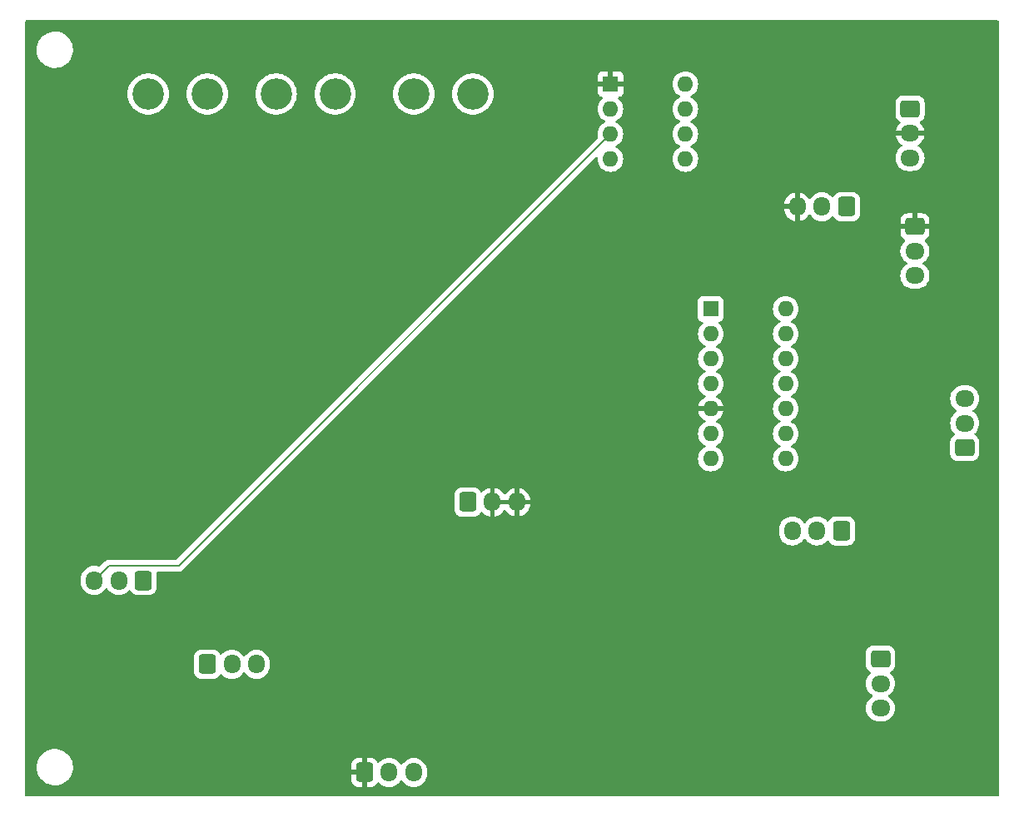
<source format=gbl>
G04 #@! TF.GenerationSoftware,KiCad,Pcbnew,7.0.2*
G04 #@! TF.CreationDate,2023-07-08T15:20:31+02:00*
G04 #@! TF.ProjectId,KiKAD_Endplatine_V2,4b694b41-445f-4456-9e64-706c6174696e,rev?*
G04 #@! TF.SameCoordinates,Original*
G04 #@! TF.FileFunction,Copper,L2,Bot*
G04 #@! TF.FilePolarity,Positive*
%FSLAX46Y46*%
G04 Gerber Fmt 4.6, Leading zero omitted, Abs format (unit mm)*
G04 Created by KiCad (PCBNEW 7.0.2) date 2023-07-08 15:20:31*
%MOMM*%
%LPD*%
G01*
G04 APERTURE LIST*
G04 Aperture macros list*
%AMRoundRect*
0 Rectangle with rounded corners*
0 $1 Rounding radius*
0 $2 $3 $4 $5 $6 $7 $8 $9 X,Y pos of 4 corners*
0 Add a 4 corners polygon primitive as box body*
4,1,4,$2,$3,$4,$5,$6,$7,$8,$9,$2,$3,0*
0 Add four circle primitives for the rounded corners*
1,1,$1+$1,$2,$3*
1,1,$1+$1,$4,$5*
1,1,$1+$1,$6,$7*
1,1,$1+$1,$8,$9*
0 Add four rect primitives between the rounded corners*
20,1,$1+$1,$2,$3,$4,$5,0*
20,1,$1+$1,$4,$5,$6,$7,0*
20,1,$1+$1,$6,$7,$8,$9,0*
20,1,$1+$1,$8,$9,$2,$3,0*%
G04 Aperture macros list end*
G04 #@! TA.AperFunction,ComponentPad*
%ADD10RoundRect,0.250000X-0.600000X-0.725000X0.600000X-0.725000X0.600000X0.725000X-0.600000X0.725000X0*%
G04 #@! TD*
G04 #@! TA.AperFunction,ComponentPad*
%ADD11O,1.700000X1.950000*%
G04 #@! TD*
G04 #@! TA.AperFunction,ComponentPad*
%ADD12RoundRect,0.250000X-0.725000X0.600000X-0.725000X-0.600000X0.725000X-0.600000X0.725000X0.600000X0*%
G04 #@! TD*
G04 #@! TA.AperFunction,ComponentPad*
%ADD13O,1.950000X1.700000*%
G04 #@! TD*
G04 #@! TA.AperFunction,ComponentPad*
%ADD14C,3.200000*%
G04 #@! TD*
G04 #@! TA.AperFunction,ComponentPad*
%ADD15RoundRect,0.250000X0.725000X-0.600000X0.725000X0.600000X-0.725000X0.600000X-0.725000X-0.600000X0*%
G04 #@! TD*
G04 #@! TA.AperFunction,ComponentPad*
%ADD16RoundRect,0.250000X0.600000X0.725000X-0.600000X0.725000X-0.600000X-0.725000X0.600000X-0.725000X0*%
G04 #@! TD*
G04 #@! TA.AperFunction,ComponentPad*
%ADD17R,1.600000X1.600000*%
G04 #@! TD*
G04 #@! TA.AperFunction,ComponentPad*
%ADD18O,1.600000X1.600000*%
G04 #@! TD*
G04 #@! TA.AperFunction,ViaPad*
%ADD19C,0.600000*%
G04 #@! TD*
G04 #@! TA.AperFunction,Conductor*
%ADD20C,0.200000*%
G04 #@! TD*
G04 APERTURE END LIST*
D10*
X119000000Y-101032500D03*
D11*
X121500000Y-101032500D03*
X124000000Y-101032500D03*
D12*
X190467500Y-44500000D03*
D13*
X190467500Y-47000000D03*
X190467500Y-49500000D03*
D12*
X190967500Y-56500000D03*
D13*
X190967500Y-59000000D03*
X190967500Y-61500000D03*
D10*
X145500000Y-84532500D03*
D11*
X148000000Y-84532500D03*
X150500000Y-84532500D03*
D14*
X113000000Y-43000000D03*
X119000000Y-43000000D03*
D15*
X196032500Y-79000000D03*
D13*
X196032500Y-76500000D03*
X196032500Y-74000000D03*
D16*
X112500000Y-92500000D03*
D11*
X110000000Y-92500000D03*
X107500000Y-92500000D03*
D12*
X187467500Y-100500000D03*
D13*
X187467500Y-103000000D03*
X187467500Y-105500000D03*
D17*
X170200000Y-64875000D03*
D18*
X170200000Y-67415000D03*
X170200000Y-69955000D03*
X170200000Y-72495000D03*
X170200000Y-75035000D03*
X170200000Y-77575000D03*
X170200000Y-80115000D03*
X177820000Y-80115000D03*
X177820000Y-77575000D03*
X177820000Y-75035000D03*
X177820000Y-72495000D03*
X177820000Y-69955000D03*
X177820000Y-67415000D03*
X177820000Y-64875000D03*
D16*
X184000000Y-54467500D03*
D11*
X181500000Y-54467500D03*
X179000000Y-54467500D03*
D16*
X183500000Y-87467500D03*
D11*
X181000000Y-87467500D03*
X178500000Y-87467500D03*
D17*
X160000000Y-42000000D03*
D18*
X160000000Y-44540000D03*
X160000000Y-47080000D03*
X160000000Y-49620000D03*
X167620000Y-49620000D03*
X167620000Y-47080000D03*
X167620000Y-44540000D03*
X167620000Y-42000000D03*
D14*
X140000000Y-43000000D03*
X146000000Y-43000000D03*
D10*
X135000000Y-112032500D03*
D11*
X137500000Y-112032500D03*
X140000000Y-112032500D03*
D14*
X126000000Y-43000000D03*
X132000000Y-43000000D03*
D19*
X123500000Y-91000000D03*
X117000000Y-72000000D03*
X157500000Y-89000000D03*
X165000000Y-92000000D03*
X169000000Y-89000000D03*
X139500000Y-109000000D03*
X149000000Y-107000000D03*
X139500000Y-81000000D03*
D20*
X160000000Y-47080000D02*
X160000000Y-47102817D01*
X116102817Y-91000000D02*
X109000000Y-91000000D01*
X109000000Y-91000000D02*
X107500000Y-92500000D01*
X160000000Y-47102817D02*
X116102817Y-91000000D01*
G04 #@! TA.AperFunction,Conductor*
G36*
X150063481Y-84333149D02*
G01*
X150025000Y-84464205D01*
X150025000Y-84600795D01*
X150063481Y-84731851D01*
X150096031Y-84782500D01*
X148403969Y-84782500D01*
X148436519Y-84731851D01*
X148475000Y-84600795D01*
X148475000Y-84464205D01*
X148436519Y-84333149D01*
X148403969Y-84282500D01*
X150096031Y-84282500D01*
X150063481Y-84333149D01*
G37*
G04 #@! TD.AperFunction*
G04 #@! TA.AperFunction,Conductor*
G36*
X199442539Y-35520185D02*
G01*
X199488294Y-35572989D01*
X199499500Y-35624500D01*
X199499500Y-114375500D01*
X199479815Y-114442539D01*
X199427011Y-114488294D01*
X199375500Y-114499500D01*
X100624500Y-114499500D01*
X100557461Y-114479815D01*
X100511706Y-114427011D01*
X100500500Y-114375500D01*
X100500500Y-111567764D01*
X101645787Y-111567764D01*
X101675413Y-111837016D01*
X101708665Y-111964205D01*
X101743928Y-112099088D01*
X101849870Y-112348390D01*
X101849871Y-112348392D01*
X101990982Y-112579611D01*
X102080253Y-112686881D01*
X102164255Y-112787820D01*
X102365998Y-112968582D01*
X102591910Y-113118044D01*
X102698211Y-113167876D01*
X102837177Y-113233021D01*
X103096562Y-113311058D01*
X103096569Y-113311060D01*
X103364561Y-113350500D01*
X103364564Y-113350500D01*
X103565369Y-113350500D01*
X103567631Y-113350500D01*
X103770156Y-113335677D01*
X104034553Y-113276780D01*
X104287558Y-113180014D01*
X104523777Y-113047441D01*
X104738177Y-112881888D01*
X104926186Y-112686881D01*
X105083799Y-112466579D01*
X105207656Y-112225675D01*
X105295118Y-111969305D01*
X105329622Y-111782500D01*
X133650000Y-111782500D01*
X134596031Y-111782500D01*
X134563481Y-111833149D01*
X134525000Y-111964205D01*
X134525000Y-112100795D01*
X134563481Y-112231851D01*
X134596031Y-112282500D01*
X133650001Y-112282500D01*
X133650001Y-112804329D01*
X133650321Y-112810611D01*
X133660493Y-112910195D01*
X133715642Y-113076622D01*
X133807683Y-113225845D01*
X133931654Y-113349816D01*
X134080877Y-113441857D01*
X134247303Y-113497006D01*
X134346890Y-113507180D01*
X134353168Y-113507499D01*
X134749999Y-113507499D01*
X134750000Y-113507498D01*
X134750000Y-112440518D01*
X134864801Y-112492946D01*
X134966025Y-112507500D01*
X135033975Y-112507500D01*
X135135199Y-112492946D01*
X135250000Y-112440518D01*
X135250000Y-113507499D01*
X135646829Y-113507499D01*
X135653111Y-113507178D01*
X135752695Y-113497006D01*
X135919122Y-113441857D01*
X136068345Y-113349816D01*
X136192316Y-113225845D01*
X136287815Y-113071016D01*
X136339763Y-113024291D01*
X136408725Y-113013068D01*
X136472807Y-113040911D01*
X136481035Y-113048431D01*
X136628599Y-113195995D01*
X136822170Y-113331535D01*
X137036337Y-113431403D01*
X137264592Y-113492562D01*
X137264592Y-113492563D01*
X137499999Y-113513159D01*
X137499999Y-113513158D01*
X137500000Y-113513159D01*
X137735408Y-113492563D01*
X137963663Y-113431403D01*
X138177829Y-113331535D01*
X138371401Y-113195995D01*
X138538495Y-113028901D01*
X138648426Y-112871901D01*
X138703002Y-112828278D01*
X138772500Y-112821084D01*
X138834855Y-112852607D01*
X138851571Y-112871898D01*
X138961505Y-113028901D01*
X139128599Y-113195995D01*
X139322170Y-113331535D01*
X139536337Y-113431403D01*
X139764592Y-113492563D01*
X140000000Y-113513159D01*
X140235408Y-113492563D01*
X140463663Y-113431403D01*
X140677829Y-113331535D01*
X140871401Y-113195995D01*
X141038495Y-113028901D01*
X141174035Y-112835329D01*
X141273903Y-112621163D01*
X141335063Y-112392908D01*
X141350500Y-112216466D01*
X141350500Y-111848534D01*
X141335063Y-111672092D01*
X141273903Y-111443837D01*
X141174035Y-111229671D01*
X141038495Y-111036099D01*
X140871401Y-110869005D01*
X140677830Y-110733465D01*
X140463663Y-110633597D01*
X140402501Y-110617209D01*
X140235407Y-110572436D01*
X139999999Y-110551840D01*
X139764592Y-110572436D01*
X139536336Y-110633597D01*
X139322170Y-110733465D01*
X139128598Y-110869005D01*
X138961508Y-111036095D01*
X138961507Y-111036097D01*
X138961505Y-111036099D01*
X138916013Y-111101067D01*
X138851574Y-111193097D01*
X138796997Y-111236722D01*
X138727498Y-111243914D01*
X138665144Y-111212392D01*
X138648429Y-111193102D01*
X138538495Y-111036099D01*
X138371401Y-110869005D01*
X138177830Y-110733465D01*
X137963663Y-110633597D01*
X137902501Y-110617209D01*
X137735407Y-110572436D01*
X137499999Y-110551840D01*
X137264592Y-110572436D01*
X137036336Y-110633597D01*
X136822170Y-110733465D01*
X136628601Y-110869003D01*
X136481035Y-111016569D01*
X136419712Y-111050053D01*
X136350020Y-111045069D01*
X136294087Y-111003197D01*
X136287815Y-110993984D01*
X136192315Y-110839153D01*
X136068345Y-110715183D01*
X135919122Y-110623142D01*
X135752696Y-110567993D01*
X135653109Y-110557819D01*
X135646832Y-110557500D01*
X135250000Y-110557500D01*
X135250000Y-111624481D01*
X135135199Y-111572054D01*
X135033975Y-111557500D01*
X134966025Y-111557500D01*
X134864801Y-111572054D01*
X134750000Y-111624481D01*
X134750000Y-110557500D01*
X134353171Y-110557500D01*
X134346888Y-110557821D01*
X134247304Y-110567993D01*
X134080877Y-110623142D01*
X133931654Y-110715183D01*
X133807683Y-110839154D01*
X133715642Y-110988377D01*
X133660493Y-111154803D01*
X133650319Y-111254390D01*
X133650000Y-111260668D01*
X133650000Y-111782500D01*
X105329622Y-111782500D01*
X105344319Y-111702933D01*
X105354212Y-111432235D01*
X105324586Y-111162982D01*
X105256072Y-110900912D01*
X105150130Y-110651610D01*
X105009018Y-110420390D01*
X105009017Y-110420388D01*
X104835746Y-110212181D01*
X104730759Y-110118112D01*
X104634002Y-110031418D01*
X104408090Y-109881956D01*
X104408086Y-109881954D01*
X104162822Y-109766978D01*
X103903437Y-109688941D01*
X103903431Y-109688940D01*
X103635439Y-109649500D01*
X103432369Y-109649500D01*
X103430120Y-109649664D01*
X103430109Y-109649665D01*
X103229843Y-109664322D01*
X102965449Y-109723219D01*
X102712441Y-109819986D01*
X102476223Y-109952559D01*
X102261825Y-110118109D01*
X102073813Y-110313120D01*
X101916201Y-110533420D01*
X101792342Y-110774329D01*
X101704881Y-111030695D01*
X101655680Y-111297066D01*
X101645787Y-111567764D01*
X100500500Y-111567764D01*
X100500500Y-105499999D01*
X185986840Y-105499999D01*
X186007436Y-105735407D01*
X186068596Y-105963662D01*
X186068597Y-105963663D01*
X186168465Y-106177829D01*
X186304005Y-106371401D01*
X186471099Y-106538495D01*
X186664671Y-106674035D01*
X186878837Y-106773903D01*
X187107092Y-106835063D01*
X187283534Y-106850500D01*
X187286242Y-106850500D01*
X187648758Y-106850500D01*
X187651466Y-106850500D01*
X187827908Y-106835063D01*
X188056163Y-106773903D01*
X188270329Y-106674035D01*
X188463901Y-106538495D01*
X188630995Y-106371401D01*
X188766535Y-106177830D01*
X188866403Y-105963663D01*
X188927563Y-105735408D01*
X188948159Y-105500000D01*
X188927563Y-105264592D01*
X188866403Y-105036337D01*
X188766535Y-104822171D01*
X188630995Y-104628599D01*
X188463901Y-104461505D01*
X188306901Y-104351573D01*
X188263278Y-104296998D01*
X188256084Y-104227500D01*
X188287607Y-104165145D01*
X188306898Y-104148428D01*
X188463901Y-104038495D01*
X188630995Y-103871401D01*
X188766535Y-103677830D01*
X188866403Y-103463663D01*
X188927563Y-103235408D01*
X188948159Y-103000000D01*
X188927563Y-102764592D01*
X188866403Y-102536337D01*
X188766535Y-102322171D01*
X188630995Y-102128599D01*
X188483793Y-101981397D01*
X188450309Y-101920075D01*
X188455293Y-101850383D01*
X188497165Y-101794450D01*
X188506379Y-101788178D01*
X188511831Y-101784814D01*
X188511834Y-101784814D01*
X188661156Y-101692712D01*
X188785212Y-101568656D01*
X188877314Y-101419334D01*
X188932499Y-101252797D01*
X188943000Y-101150009D01*
X188942999Y-99849992D01*
X188932499Y-99747203D01*
X188877314Y-99580666D01*
X188785212Y-99431344D01*
X188785211Y-99431342D01*
X188661157Y-99307288D01*
X188511834Y-99215186D01*
X188345297Y-99160000D01*
X188245641Y-99149819D01*
X188245622Y-99149818D01*
X188242509Y-99149500D01*
X188239360Y-99149500D01*
X186695640Y-99149500D01*
X186695620Y-99149500D01*
X186692492Y-99149501D01*
X186689360Y-99149820D01*
X186689358Y-99149821D01*
X186589703Y-99160000D01*
X186423165Y-99215186D01*
X186273842Y-99307288D01*
X186149788Y-99431342D01*
X186057686Y-99580665D01*
X186002500Y-99747202D01*
X185992319Y-99846858D01*
X185992317Y-99846878D01*
X185992000Y-99849991D01*
X185992000Y-99853138D01*
X185992000Y-99853139D01*
X185992000Y-101146859D01*
X185992000Y-101146878D01*
X185992001Y-101150008D01*
X185992320Y-101153140D01*
X185992321Y-101153141D01*
X186002500Y-101252796D01*
X186057686Y-101419334D01*
X186149788Y-101568657D01*
X186273842Y-101692711D01*
X186428620Y-101788178D01*
X186475345Y-101840126D01*
X186486568Y-101909088D01*
X186458725Y-101973170D01*
X186451206Y-101981397D01*
X186304005Y-102128599D01*
X186256815Y-102195994D01*
X186168464Y-102322172D01*
X186068597Y-102536337D01*
X186007436Y-102764592D01*
X185986840Y-103000000D01*
X186007436Y-103235407D01*
X186068597Y-103463663D01*
X186168465Y-103677829D01*
X186304005Y-103871401D01*
X186471098Y-104038494D01*
X186628096Y-104148425D01*
X186671721Y-104203002D01*
X186678915Y-104272500D01*
X186647392Y-104334855D01*
X186628096Y-104351575D01*
X186471098Y-104461505D01*
X186304008Y-104628595D01*
X186168464Y-104822172D01*
X186068597Y-105036337D01*
X186007436Y-105264592D01*
X185986840Y-105499999D01*
X100500500Y-105499999D01*
X100500500Y-101804378D01*
X117649500Y-101804378D01*
X117649501Y-101807508D01*
X117649820Y-101810640D01*
X117649821Y-101810641D01*
X117660000Y-101910296D01*
X117715186Y-102076834D01*
X117807288Y-102226157D01*
X117931342Y-102350211D01*
X117931344Y-102350212D01*
X118080666Y-102442314D01*
X118192016Y-102479212D01*
X118247202Y-102497499D01*
X118346858Y-102507680D01*
X118346859Y-102507680D01*
X118349991Y-102508000D01*
X119650008Y-102507999D01*
X119752797Y-102497499D01*
X119919334Y-102442314D01*
X120068656Y-102350212D01*
X120192712Y-102226156D01*
X120284814Y-102076834D01*
X120284814Y-102076831D01*
X120288178Y-102071379D01*
X120340125Y-102024654D01*
X120409088Y-102013431D01*
X120473170Y-102041274D01*
X120481398Y-102048794D01*
X120628599Y-102195995D01*
X120822170Y-102331535D01*
X121036337Y-102431403D01*
X121264591Y-102492562D01*
X121264592Y-102492563D01*
X121499999Y-102513159D01*
X121499999Y-102513158D01*
X121500000Y-102513159D01*
X121735408Y-102492563D01*
X121963663Y-102431403D01*
X122177829Y-102331535D01*
X122371401Y-102195995D01*
X122538495Y-102028901D01*
X122648426Y-101871901D01*
X122703002Y-101828278D01*
X122772500Y-101821084D01*
X122834855Y-101852607D01*
X122851571Y-101871898D01*
X122961505Y-102028901D01*
X123128599Y-102195995D01*
X123322170Y-102331535D01*
X123536337Y-102431403D01*
X123764592Y-102492562D01*
X123764592Y-102492563D01*
X123999999Y-102513159D01*
X123999999Y-102513158D01*
X124000000Y-102513159D01*
X124235408Y-102492563D01*
X124463663Y-102431403D01*
X124677829Y-102331535D01*
X124871401Y-102195995D01*
X125038495Y-102028901D01*
X125174035Y-101835329D01*
X125273903Y-101621163D01*
X125335063Y-101392908D01*
X125350500Y-101216466D01*
X125350500Y-100848534D01*
X125335063Y-100672092D01*
X125273903Y-100443837D01*
X125174035Y-100229671D01*
X125038495Y-100036099D01*
X124871401Y-99869005D01*
X124677830Y-99733465D01*
X124463663Y-99633597D01*
X124402502Y-99617209D01*
X124235407Y-99572436D01*
X123999999Y-99551840D01*
X123764592Y-99572436D01*
X123536336Y-99633597D01*
X123322170Y-99733465D01*
X123128598Y-99869005D01*
X122961505Y-100036098D01*
X122851575Y-100193096D01*
X122796998Y-100236721D01*
X122727500Y-100243915D01*
X122665145Y-100212392D01*
X122648425Y-100193096D01*
X122548011Y-100049690D01*
X122538495Y-100036099D01*
X122371401Y-99869005D01*
X122177830Y-99733465D01*
X121963663Y-99633597D01*
X121902501Y-99617209D01*
X121735407Y-99572436D01*
X121500000Y-99551840D01*
X121264592Y-99572436D01*
X121036336Y-99633597D01*
X120822170Y-99733465D01*
X120628601Y-99869003D01*
X120481398Y-100016206D01*
X120420075Y-100049690D01*
X120350383Y-100044706D01*
X120294450Y-100002834D01*
X120288178Y-99993620D01*
X120192711Y-99838842D01*
X120068657Y-99714788D01*
X119919334Y-99622686D01*
X119752797Y-99567500D01*
X119653141Y-99557319D01*
X119653122Y-99557318D01*
X119650009Y-99557000D01*
X119646860Y-99557000D01*
X118353140Y-99557000D01*
X118353120Y-99557000D01*
X118349992Y-99557001D01*
X118346860Y-99557320D01*
X118346858Y-99557321D01*
X118247203Y-99567500D01*
X118080665Y-99622686D01*
X117931342Y-99714788D01*
X117807288Y-99838842D01*
X117715186Y-99988165D01*
X117660000Y-100154702D01*
X117649819Y-100254358D01*
X117649817Y-100254378D01*
X117649500Y-100257491D01*
X117649500Y-100260638D01*
X117649500Y-100260639D01*
X117649500Y-101804359D01*
X117649500Y-101804378D01*
X100500500Y-101804378D01*
X100500500Y-92683966D01*
X106149500Y-92683966D01*
X106149735Y-92686659D01*
X106149736Y-92686667D01*
X106164936Y-92860407D01*
X106226096Y-93088663D01*
X106226097Y-93088663D01*
X106325965Y-93302829D01*
X106461505Y-93496401D01*
X106628599Y-93663495D01*
X106822170Y-93799035D01*
X107036337Y-93898903D01*
X107264592Y-93960063D01*
X107499999Y-93980659D01*
X107499999Y-93980658D01*
X107500000Y-93980659D01*
X107735408Y-93960063D01*
X107963663Y-93898903D01*
X108177829Y-93799035D01*
X108371401Y-93663495D01*
X108538495Y-93496401D01*
X108648426Y-93339401D01*
X108703002Y-93295778D01*
X108772500Y-93288584D01*
X108834855Y-93320107D01*
X108851571Y-93339398D01*
X108961505Y-93496401D01*
X109128599Y-93663495D01*
X109322170Y-93799035D01*
X109536337Y-93898903D01*
X109764592Y-93960063D01*
X110000000Y-93980659D01*
X110235408Y-93960063D01*
X110463663Y-93898903D01*
X110677829Y-93799035D01*
X110871401Y-93663495D01*
X111018601Y-93516294D01*
X111079925Y-93482809D01*
X111149617Y-93487793D01*
X111205550Y-93529665D01*
X111211822Y-93538879D01*
X111215185Y-93544331D01*
X111215186Y-93544334D01*
X111260840Y-93618352D01*
X111307288Y-93693657D01*
X111431342Y-93817711D01*
X111431344Y-93817712D01*
X111580666Y-93909814D01*
X111692017Y-93946712D01*
X111747202Y-93964999D01*
X111846858Y-93975180D01*
X111846859Y-93975180D01*
X111849991Y-93975500D01*
X113150008Y-93975499D01*
X113252797Y-93964999D01*
X113419334Y-93909814D01*
X113568656Y-93817712D01*
X113692712Y-93693656D01*
X113784814Y-93544334D01*
X113839999Y-93377797D01*
X113850500Y-93275009D01*
X113850499Y-91724992D01*
X113850645Y-91730745D01*
X113866891Y-91662841D01*
X113917305Y-91614465D01*
X113974474Y-91600500D01*
X116055330Y-91600500D01*
X116071514Y-91601560D01*
X116102817Y-91605682D01*
X116259579Y-91585044D01*
X116405658Y-91524536D01*
X116495411Y-91455666D01*
X116531099Y-91428282D01*
X116550326Y-91403223D01*
X116561007Y-91391043D01*
X120300584Y-87651466D01*
X177149500Y-87651466D01*
X177149735Y-87654159D01*
X177149736Y-87654167D01*
X177164936Y-87827907D01*
X177226096Y-88056163D01*
X177226097Y-88056163D01*
X177325965Y-88270329D01*
X177461505Y-88463901D01*
X177628599Y-88630995D01*
X177822170Y-88766535D01*
X178036337Y-88866403D01*
X178264592Y-88927562D01*
X178264592Y-88927563D01*
X178499999Y-88948159D01*
X178499999Y-88948158D01*
X178500000Y-88948159D01*
X178735408Y-88927563D01*
X178963663Y-88866403D01*
X179177829Y-88766535D01*
X179371401Y-88630995D01*
X179538495Y-88463901D01*
X179648426Y-88306901D01*
X179703002Y-88263278D01*
X179772500Y-88256084D01*
X179834855Y-88287607D01*
X179851571Y-88306898D01*
X179961505Y-88463901D01*
X180128599Y-88630995D01*
X180322170Y-88766535D01*
X180536337Y-88866403D01*
X180764592Y-88927563D01*
X181000000Y-88948159D01*
X181235408Y-88927563D01*
X181463663Y-88866403D01*
X181677829Y-88766535D01*
X181871401Y-88630995D01*
X182018601Y-88483793D01*
X182079925Y-88450309D01*
X182149617Y-88455293D01*
X182205550Y-88497165D01*
X182211822Y-88506379D01*
X182215185Y-88511831D01*
X182215186Y-88511834D01*
X182260840Y-88585852D01*
X182307288Y-88661157D01*
X182431342Y-88785211D01*
X182431344Y-88785212D01*
X182580666Y-88877314D01*
X182692017Y-88914212D01*
X182747202Y-88932499D01*
X182846858Y-88942680D01*
X182846859Y-88942680D01*
X182849991Y-88943000D01*
X184150008Y-88942999D01*
X184252797Y-88932499D01*
X184419334Y-88877314D01*
X184568656Y-88785212D01*
X184692712Y-88661156D01*
X184784814Y-88511834D01*
X184839999Y-88345297D01*
X184850500Y-88242509D01*
X184850499Y-86692492D01*
X184839999Y-86589703D01*
X184784814Y-86423166D01*
X184692712Y-86273844D01*
X184692711Y-86273842D01*
X184568657Y-86149788D01*
X184419334Y-86057686D01*
X184252797Y-86002500D01*
X184153141Y-85992319D01*
X184153122Y-85992318D01*
X184150009Y-85992000D01*
X184146860Y-85992000D01*
X182853140Y-85992000D01*
X182853120Y-85992000D01*
X182849992Y-85992001D01*
X182846860Y-85992320D01*
X182846858Y-85992321D01*
X182747203Y-86002500D01*
X182580665Y-86057686D01*
X182431342Y-86149788D01*
X182307289Y-86273841D01*
X182211821Y-86428621D01*
X182159873Y-86475345D01*
X182090910Y-86486568D01*
X182026828Y-86458724D01*
X182018601Y-86451205D01*
X181871404Y-86304008D01*
X181871404Y-86304007D01*
X181871401Y-86304005D01*
X181677830Y-86168465D01*
X181463663Y-86068597D01*
X181402501Y-86052209D01*
X181235407Y-86007436D01*
X181000000Y-85986840D01*
X180764592Y-86007436D01*
X180536336Y-86068597D01*
X180322170Y-86168465D01*
X180128598Y-86304005D01*
X179961508Y-86471095D01*
X179851574Y-86628097D01*
X179796997Y-86671722D01*
X179727498Y-86678914D01*
X179665144Y-86647392D01*
X179648429Y-86628102D01*
X179538495Y-86471099D01*
X179371401Y-86304005D01*
X179177830Y-86168465D01*
X178963663Y-86068597D01*
X178902502Y-86052209D01*
X178735407Y-86007436D01*
X178499999Y-85986840D01*
X178264592Y-86007436D01*
X178036336Y-86068597D01*
X177822170Y-86168465D01*
X177628598Y-86304005D01*
X177461505Y-86471098D01*
X177325965Y-86664670D01*
X177226097Y-86878836D01*
X177164936Y-87107092D01*
X177149736Y-87280832D01*
X177149500Y-87283534D01*
X177149500Y-87651466D01*
X120300584Y-87651466D01*
X122647672Y-85304378D01*
X144149500Y-85304378D01*
X144149501Y-85307508D01*
X144149820Y-85310640D01*
X144149821Y-85310641D01*
X144160000Y-85410296D01*
X144215186Y-85576834D01*
X144307288Y-85726157D01*
X144431342Y-85850211D01*
X144431344Y-85850212D01*
X144580666Y-85942314D01*
X144692016Y-85979212D01*
X144747202Y-85997499D01*
X144846858Y-86007680D01*
X144846859Y-86007680D01*
X144849991Y-86008000D01*
X146150008Y-86007999D01*
X146252797Y-85997499D01*
X146419334Y-85942314D01*
X146568656Y-85850212D01*
X146692712Y-85726156D01*
X146784814Y-85576834D01*
X146784814Y-85576831D01*
X146788448Y-85570941D01*
X146840395Y-85524216D01*
X146909358Y-85512993D01*
X146973440Y-85540836D01*
X146981668Y-85548356D01*
X147128918Y-85695606D01*
X147322423Y-85831100D01*
X147536509Y-85930930D01*
X147750000Y-85988134D01*
X147750000Y-84940518D01*
X147864801Y-84992946D01*
X147966025Y-85007500D01*
X148033975Y-85007500D01*
X148135199Y-84992946D01*
X148250000Y-84940518D01*
X148250000Y-85988133D01*
X148463490Y-85930930D01*
X148677578Y-85831099D01*
X148871078Y-85695609D01*
X149038109Y-85528578D01*
X149148425Y-85371031D01*
X149203002Y-85327406D01*
X149272500Y-85320212D01*
X149334855Y-85351735D01*
X149351575Y-85371031D01*
X149461890Y-85528578D01*
X149628918Y-85695606D01*
X149822423Y-85831100D01*
X150036509Y-85930930D01*
X150250000Y-85988134D01*
X150250000Y-84940518D01*
X150364801Y-84992946D01*
X150466025Y-85007500D01*
X150533975Y-85007500D01*
X150635199Y-84992946D01*
X150750000Y-84940518D01*
X150750000Y-85988133D01*
X150963490Y-85930930D01*
X151177578Y-85831099D01*
X151371078Y-85695609D01*
X151538109Y-85528578D01*
X151673599Y-85335078D01*
X151773430Y-85120992D01*
X151834569Y-84892818D01*
X151844221Y-84782500D01*
X150903969Y-84782500D01*
X150936519Y-84731851D01*
X150975000Y-84600795D01*
X150975000Y-84464205D01*
X150936519Y-84333149D01*
X150903969Y-84282500D01*
X151844222Y-84282500D01*
X151844221Y-84282499D01*
X151834569Y-84172181D01*
X151773430Y-83944007D01*
X151673599Y-83729921D01*
X151538109Y-83536421D01*
X151371081Y-83369393D01*
X151177576Y-83233899D01*
X150963492Y-83134069D01*
X150750000Y-83076864D01*
X150750000Y-84124481D01*
X150635199Y-84072054D01*
X150533975Y-84057500D01*
X150466025Y-84057500D01*
X150364801Y-84072054D01*
X150250000Y-84124481D01*
X150250000Y-83076864D01*
X150249999Y-83076864D01*
X150036507Y-83134069D01*
X149822421Y-83233900D01*
X149628921Y-83369390D01*
X149461893Y-83536418D01*
X149351575Y-83693969D01*
X149296998Y-83737593D01*
X149227499Y-83744786D01*
X149165145Y-83713264D01*
X149148425Y-83693969D01*
X149038106Y-83536418D01*
X148871081Y-83369393D01*
X148677576Y-83233899D01*
X148463492Y-83134069D01*
X148250000Y-83076864D01*
X148250000Y-84124481D01*
X148135199Y-84072054D01*
X148033975Y-84057500D01*
X147966025Y-84057500D01*
X147864801Y-84072054D01*
X147750000Y-84124481D01*
X147750000Y-83076864D01*
X147749999Y-83076864D01*
X147536507Y-83134069D01*
X147322421Y-83233900D01*
X147128924Y-83369388D01*
X146981668Y-83516644D01*
X146920345Y-83550128D01*
X146850653Y-83545144D01*
X146794720Y-83503272D01*
X146788448Y-83494058D01*
X146692711Y-83338842D01*
X146568657Y-83214788D01*
X146419334Y-83122686D01*
X146252797Y-83067500D01*
X146153141Y-83057319D01*
X146153122Y-83057318D01*
X146150009Y-83057000D01*
X146146860Y-83057000D01*
X144853140Y-83057000D01*
X144853120Y-83057000D01*
X144849992Y-83057001D01*
X144846860Y-83057320D01*
X144846858Y-83057321D01*
X144747203Y-83067500D01*
X144580665Y-83122686D01*
X144431342Y-83214788D01*
X144307288Y-83338842D01*
X144215186Y-83488165D01*
X144160000Y-83654702D01*
X144149819Y-83754358D01*
X144149817Y-83754378D01*
X144149500Y-83757491D01*
X144149500Y-83760638D01*
X144149500Y-83760639D01*
X144149500Y-85304359D01*
X144149500Y-85304378D01*
X122647672Y-85304378D01*
X127837050Y-80115000D01*
X168894531Y-80115000D01*
X168914364Y-80341689D01*
X168973261Y-80561497D01*
X169069432Y-80767735D01*
X169199953Y-80954140D01*
X169360859Y-81115046D01*
X169547264Y-81245567D01*
X169547265Y-81245567D01*
X169547266Y-81245568D01*
X169753504Y-81341739D01*
X169973308Y-81400635D01*
X170200000Y-81420468D01*
X170426692Y-81400635D01*
X170646496Y-81341739D01*
X170852734Y-81245568D01*
X171039139Y-81115047D01*
X171200047Y-80954139D01*
X171330568Y-80767734D01*
X171426739Y-80561496D01*
X171485635Y-80341692D01*
X171505468Y-80115000D01*
X171505468Y-80114999D01*
X176514531Y-80114999D01*
X176534364Y-80341689D01*
X176593261Y-80561497D01*
X176689432Y-80767735D01*
X176819953Y-80954140D01*
X176980859Y-81115046D01*
X177167264Y-81245567D01*
X177167265Y-81245567D01*
X177167266Y-81245568D01*
X177373504Y-81341739D01*
X177593308Y-81400635D01*
X177744436Y-81413856D01*
X177819999Y-81420468D01*
X177819999Y-81420467D01*
X177820000Y-81420468D01*
X178046692Y-81400635D01*
X178266496Y-81341739D01*
X178472734Y-81245568D01*
X178659139Y-81115047D01*
X178820047Y-80954139D01*
X178950568Y-80767734D01*
X179046739Y-80561496D01*
X179105635Y-80341692D01*
X179125468Y-80115000D01*
X179105635Y-79888308D01*
X179046739Y-79668504D01*
X178950568Y-79462266D01*
X178820047Y-79275861D01*
X178820046Y-79275859D01*
X178659140Y-79114953D01*
X178472733Y-78984431D01*
X178414725Y-78957382D01*
X178362285Y-78911210D01*
X178343133Y-78844017D01*
X178363348Y-78777135D01*
X178414725Y-78732618D01*
X178472734Y-78705568D01*
X178659139Y-78575047D01*
X178820047Y-78414139D01*
X178950568Y-78227734D01*
X179046739Y-78021496D01*
X179105635Y-77801692D01*
X179125468Y-77575000D01*
X179105635Y-77348308D01*
X179046739Y-77128504D01*
X178950568Y-76922266D01*
X178820047Y-76735861D01*
X178820046Y-76735859D01*
X178659140Y-76574953D01*
X178552093Y-76499999D01*
X194551840Y-76499999D01*
X194572436Y-76735407D01*
X194633597Y-76963663D01*
X194733465Y-77177829D01*
X194869005Y-77371401D01*
X195016205Y-77518601D01*
X195049690Y-77579924D01*
X195044706Y-77649616D01*
X195002834Y-77705549D01*
X194993621Y-77711821D01*
X194838841Y-77807289D01*
X194714788Y-77931342D01*
X194622686Y-78080665D01*
X194567500Y-78247202D01*
X194557319Y-78346858D01*
X194557317Y-78346878D01*
X194557000Y-78349991D01*
X194557000Y-78353138D01*
X194557000Y-78353139D01*
X194557000Y-79646859D01*
X194557000Y-79646878D01*
X194557001Y-79650008D01*
X194557320Y-79653140D01*
X194557321Y-79653141D01*
X194567500Y-79752796D01*
X194622686Y-79919334D01*
X194714788Y-80068657D01*
X194838842Y-80192711D01*
X194838844Y-80192712D01*
X194988166Y-80284814D01*
X195099516Y-80321712D01*
X195154702Y-80339999D01*
X195254358Y-80350180D01*
X195254359Y-80350180D01*
X195257491Y-80350500D01*
X196807508Y-80350499D01*
X196910297Y-80339999D01*
X197076834Y-80284814D01*
X197226156Y-80192712D01*
X197350212Y-80068656D01*
X197442314Y-79919334D01*
X197497499Y-79752797D01*
X197508000Y-79650009D01*
X197507999Y-78349992D01*
X197497499Y-78247203D01*
X197442314Y-78080666D01*
X197350212Y-77931344D01*
X197350211Y-77931342D01*
X197226157Y-77807288D01*
X197071379Y-77711821D01*
X197024654Y-77659873D01*
X197013431Y-77590911D01*
X197041275Y-77526828D01*
X197048772Y-77518623D01*
X197195995Y-77371401D01*
X197331535Y-77177830D01*
X197431403Y-76963663D01*
X197492563Y-76735408D01*
X197513159Y-76500000D01*
X197505906Y-76417105D01*
X197492563Y-76264592D01*
X197485650Y-76238791D01*
X197431403Y-76036337D01*
X197331535Y-75822171D01*
X197195995Y-75628599D01*
X197028901Y-75461505D01*
X196871901Y-75351573D01*
X196828278Y-75296998D01*
X196821084Y-75227500D01*
X196852607Y-75165145D01*
X196871898Y-75148428D01*
X197028901Y-75038495D01*
X197195995Y-74871401D01*
X197331535Y-74677830D01*
X197431403Y-74463663D01*
X197492563Y-74235408D01*
X197513159Y-74000000D01*
X197492563Y-73764592D01*
X197431403Y-73536337D01*
X197331535Y-73322171D01*
X197195995Y-73128599D01*
X197028901Y-72961505D01*
X196835329Y-72825965D01*
X196621163Y-72726097D01*
X196604712Y-72721689D01*
X196392907Y-72664936D01*
X196219167Y-72649736D01*
X196219159Y-72649735D01*
X196216466Y-72649500D01*
X195848534Y-72649500D01*
X195845841Y-72649735D01*
X195845832Y-72649736D01*
X195672092Y-72664936D01*
X195443836Y-72726097D01*
X195229670Y-72825965D01*
X195036098Y-72961505D01*
X194869008Y-73128595D01*
X194733464Y-73322172D01*
X194633597Y-73536337D01*
X194572436Y-73764592D01*
X194551840Y-73999999D01*
X194572436Y-74235407D01*
X194633597Y-74463663D01*
X194733465Y-74677829D01*
X194869005Y-74871401D01*
X195036098Y-75038494D01*
X195193096Y-75148425D01*
X195236721Y-75203002D01*
X195243915Y-75272500D01*
X195212392Y-75334855D01*
X195193096Y-75351575D01*
X195036098Y-75461505D01*
X194869008Y-75628595D01*
X194869005Y-75628598D01*
X194869005Y-75628599D01*
X194827598Y-75687735D01*
X194733464Y-75822172D01*
X194633597Y-76036337D01*
X194572436Y-76264592D01*
X194551840Y-76499999D01*
X178552093Y-76499999D01*
X178472736Y-76444433D01*
X178414723Y-76417381D01*
X178362284Y-76371208D01*
X178343133Y-76304014D01*
X178363349Y-76237133D01*
X178414721Y-76192619D01*
X178472734Y-76165568D01*
X178659139Y-76035047D01*
X178820047Y-75874139D01*
X178950568Y-75687734D01*
X179046739Y-75481496D01*
X179105635Y-75261692D01*
X179125468Y-75035000D01*
X179105635Y-74808308D01*
X179046739Y-74588504D01*
X178950568Y-74382266D01*
X178847738Y-74235407D01*
X178820046Y-74195859D01*
X178659140Y-74034953D01*
X178472733Y-73904431D01*
X178414725Y-73877382D01*
X178362285Y-73831210D01*
X178343133Y-73764017D01*
X178363348Y-73697135D01*
X178414725Y-73652618D01*
X178472734Y-73625568D01*
X178659139Y-73495047D01*
X178820047Y-73334139D01*
X178950568Y-73147734D01*
X179046739Y-72941496D01*
X179105635Y-72721692D01*
X179125468Y-72495000D01*
X179105635Y-72268308D01*
X179046739Y-72048504D01*
X178950568Y-71842266D01*
X178820047Y-71655861D01*
X178820046Y-71655859D01*
X178659140Y-71494953D01*
X178472733Y-71364431D01*
X178414725Y-71337382D01*
X178362285Y-71291210D01*
X178343133Y-71224017D01*
X178363348Y-71157135D01*
X178414725Y-71112618D01*
X178472734Y-71085568D01*
X178659139Y-70955047D01*
X178820047Y-70794139D01*
X178950568Y-70607734D01*
X179046739Y-70401496D01*
X179105635Y-70181692D01*
X179125468Y-69955000D01*
X179105635Y-69728308D01*
X179046739Y-69508504D01*
X178950568Y-69302266D01*
X178820047Y-69115861D01*
X178820046Y-69115859D01*
X178659140Y-68954953D01*
X178472733Y-68824431D01*
X178414725Y-68797382D01*
X178362285Y-68751210D01*
X178343133Y-68684017D01*
X178363348Y-68617135D01*
X178414725Y-68572618D01*
X178472734Y-68545568D01*
X178659139Y-68415047D01*
X178820047Y-68254139D01*
X178950568Y-68067734D01*
X179046739Y-67861496D01*
X179105635Y-67641692D01*
X179125468Y-67415000D01*
X179105635Y-67188308D01*
X179046739Y-66968504D01*
X178950568Y-66762266D01*
X178820047Y-66575861D01*
X178820046Y-66575859D01*
X178659140Y-66414953D01*
X178472733Y-66284431D01*
X178414725Y-66257382D01*
X178362285Y-66211210D01*
X178343133Y-66144017D01*
X178363348Y-66077135D01*
X178414725Y-66032618D01*
X178472734Y-66005568D01*
X178659139Y-65875047D01*
X178820047Y-65714139D01*
X178950568Y-65527734D01*
X179046739Y-65321496D01*
X179105635Y-65101692D01*
X179125468Y-64875000D01*
X179105635Y-64648308D01*
X179046739Y-64428504D01*
X178950568Y-64222266D01*
X178820047Y-64035861D01*
X178820046Y-64035859D01*
X178659140Y-63874953D01*
X178472735Y-63744432D01*
X178266497Y-63648261D01*
X178046689Y-63589364D01*
X177819999Y-63569531D01*
X177593310Y-63589364D01*
X177373502Y-63648261D01*
X177167264Y-63744432D01*
X176980859Y-63874953D01*
X176819953Y-64035859D01*
X176689432Y-64222264D01*
X176593261Y-64428502D01*
X176534364Y-64648310D01*
X176514531Y-64874999D01*
X176534364Y-65101689D01*
X176593261Y-65321497D01*
X176689432Y-65527735D01*
X176819953Y-65714140D01*
X176980859Y-65875046D01*
X177041249Y-65917331D01*
X177167266Y-66005568D01*
X177225275Y-66032618D01*
X177277714Y-66078791D01*
X177296865Y-66145985D01*
X177276649Y-66212866D01*
X177225275Y-66257382D01*
X177167263Y-66284433D01*
X176980859Y-66414953D01*
X176819953Y-66575859D01*
X176689432Y-66762264D01*
X176593261Y-66968502D01*
X176534364Y-67188310D01*
X176514531Y-67415000D01*
X176534364Y-67641689D01*
X176593261Y-67861497D01*
X176689432Y-68067735D01*
X176819953Y-68254140D01*
X176980859Y-68415046D01*
X177167263Y-68545566D01*
X177167266Y-68545568D01*
X177225275Y-68572618D01*
X177277714Y-68618791D01*
X177296865Y-68685985D01*
X177276649Y-68752866D01*
X177225275Y-68797382D01*
X177167263Y-68824433D01*
X176980859Y-68954953D01*
X176819953Y-69115859D01*
X176689432Y-69302264D01*
X176593261Y-69508502D01*
X176534364Y-69728310D01*
X176514531Y-69954999D01*
X176534364Y-70181689D01*
X176593261Y-70401497D01*
X176689432Y-70607735D01*
X176819953Y-70794140D01*
X176980859Y-70955046D01*
X177167263Y-71085566D01*
X177167266Y-71085568D01*
X177225275Y-71112618D01*
X177277714Y-71158791D01*
X177296865Y-71225985D01*
X177276649Y-71292866D01*
X177225275Y-71337382D01*
X177167263Y-71364433D01*
X176980859Y-71494953D01*
X176819953Y-71655859D01*
X176689432Y-71842264D01*
X176593261Y-72048502D01*
X176534364Y-72268310D01*
X176514531Y-72494999D01*
X176534364Y-72721689D01*
X176593261Y-72941497D01*
X176689432Y-73147735D01*
X176819953Y-73334140D01*
X176980859Y-73495046D01*
X177167263Y-73625566D01*
X177167266Y-73625568D01*
X177225275Y-73652618D01*
X177277714Y-73698791D01*
X177296865Y-73765985D01*
X177276649Y-73832866D01*
X177225275Y-73877382D01*
X177167263Y-73904433D01*
X176980859Y-74034953D01*
X176819953Y-74195859D01*
X176689432Y-74382264D01*
X176593261Y-74588502D01*
X176534364Y-74808310D01*
X176514531Y-75035000D01*
X176534364Y-75261689D01*
X176593261Y-75481497D01*
X176689432Y-75687735D01*
X176819953Y-75874140D01*
X176980859Y-76035046D01*
X177167263Y-76165566D01*
X177167266Y-76165568D01*
X177225275Y-76192618D01*
X177277714Y-76238791D01*
X177296865Y-76305985D01*
X177276649Y-76372866D01*
X177225275Y-76417382D01*
X177167263Y-76444433D01*
X176980859Y-76574953D01*
X176819953Y-76735859D01*
X176689432Y-76922264D01*
X176593261Y-77128502D01*
X176534364Y-77348310D01*
X176514531Y-77575000D01*
X176534364Y-77801689D01*
X176593261Y-78021497D01*
X176689432Y-78227735D01*
X176819953Y-78414140D01*
X176980859Y-78575046D01*
X177167263Y-78705566D01*
X177167266Y-78705568D01*
X177225275Y-78732618D01*
X177277714Y-78778791D01*
X177296865Y-78845985D01*
X177276649Y-78912866D01*
X177225275Y-78957382D01*
X177167263Y-78984433D01*
X176980859Y-79114953D01*
X176819953Y-79275859D01*
X176689432Y-79462264D01*
X176593261Y-79668502D01*
X176534364Y-79888310D01*
X176514531Y-80114999D01*
X171505468Y-80114999D01*
X171485635Y-79888308D01*
X171426739Y-79668504D01*
X171330568Y-79462266D01*
X171200047Y-79275861D01*
X171200046Y-79275859D01*
X171039140Y-79114953D01*
X170852733Y-78984431D01*
X170794725Y-78957382D01*
X170742285Y-78911210D01*
X170723133Y-78844017D01*
X170743348Y-78777135D01*
X170794725Y-78732618D01*
X170852734Y-78705568D01*
X171039139Y-78575047D01*
X171200047Y-78414139D01*
X171330568Y-78227734D01*
X171426739Y-78021496D01*
X171485635Y-77801692D01*
X171505468Y-77575000D01*
X171501253Y-77526828D01*
X171485635Y-77348310D01*
X171485635Y-77348308D01*
X171426739Y-77128504D01*
X171330568Y-76922266D01*
X171200047Y-76735861D01*
X171200046Y-76735859D01*
X171039140Y-76574953D01*
X170852736Y-76444433D01*
X170794723Y-76417381D01*
X170794132Y-76417105D01*
X170741695Y-76370933D01*
X170722543Y-76303739D01*
X170742759Y-76236858D01*
X170794135Y-76192342D01*
X170852479Y-76165135D01*
X171038819Y-76034658D01*
X171199658Y-75873819D01*
X171330134Y-75687480D01*
X171426266Y-75481326D01*
X171478872Y-75285000D01*
X170515686Y-75285000D01*
X170527641Y-75273045D01*
X170585165Y-75160148D01*
X170604986Y-75035000D01*
X170585165Y-74909852D01*
X170527641Y-74796955D01*
X170515686Y-74785000D01*
X171478872Y-74785000D01*
X171478871Y-74784999D01*
X171426266Y-74588673D01*
X171330134Y-74382519D01*
X171199658Y-74196180D01*
X171038819Y-74035341D01*
X170852482Y-73904866D01*
X170794133Y-73877657D01*
X170741694Y-73831484D01*
X170722543Y-73764290D01*
X170742759Y-73697409D01*
X170794134Y-73652893D01*
X170852734Y-73625568D01*
X171039139Y-73495047D01*
X171200047Y-73334139D01*
X171330568Y-73147734D01*
X171426739Y-72941496D01*
X171485635Y-72721692D01*
X171505468Y-72495000D01*
X171485635Y-72268308D01*
X171426739Y-72048504D01*
X171330568Y-71842266D01*
X171200047Y-71655861D01*
X171200046Y-71655859D01*
X171039140Y-71494953D01*
X170852733Y-71364431D01*
X170794725Y-71337382D01*
X170742285Y-71291210D01*
X170723133Y-71224017D01*
X170743348Y-71157135D01*
X170794725Y-71112618D01*
X170852734Y-71085568D01*
X171039139Y-70955047D01*
X171200047Y-70794139D01*
X171330568Y-70607734D01*
X171426739Y-70401496D01*
X171485635Y-70181692D01*
X171505468Y-69955000D01*
X171485635Y-69728308D01*
X171426739Y-69508504D01*
X171330568Y-69302266D01*
X171200047Y-69115861D01*
X171200046Y-69115859D01*
X171039140Y-68954953D01*
X170852733Y-68824431D01*
X170794725Y-68797382D01*
X170742285Y-68751210D01*
X170723133Y-68684017D01*
X170743348Y-68617135D01*
X170794725Y-68572618D01*
X170852734Y-68545568D01*
X171039139Y-68415047D01*
X171200047Y-68254139D01*
X171330568Y-68067734D01*
X171426739Y-67861496D01*
X171485635Y-67641692D01*
X171505468Y-67415000D01*
X171485635Y-67188308D01*
X171426739Y-66968504D01*
X171330568Y-66762266D01*
X171200047Y-66575861D01*
X171200046Y-66575859D01*
X171039140Y-66414953D01*
X171014537Y-66397726D01*
X170970912Y-66343150D01*
X170963718Y-66273651D01*
X170995241Y-66211296D01*
X171055470Y-66175882D01*
X171072401Y-66172862D01*
X171107483Y-66169091D01*
X171242331Y-66118796D01*
X171357546Y-66032546D01*
X171443796Y-65917331D01*
X171494091Y-65782483D01*
X171500500Y-65722873D01*
X171500499Y-64027128D01*
X171494091Y-63967517D01*
X171443796Y-63832669D01*
X171357546Y-63717454D01*
X171242331Y-63631204D01*
X171107483Y-63580909D01*
X171047873Y-63574500D01*
X171044550Y-63574500D01*
X169355439Y-63574500D01*
X169355420Y-63574500D01*
X169352128Y-63574501D01*
X169348848Y-63574853D01*
X169348840Y-63574854D01*
X169292515Y-63580909D01*
X169157669Y-63631204D01*
X169042454Y-63717454D01*
X168956204Y-63832668D01*
X168905910Y-63967515D01*
X168905909Y-63967517D01*
X168899500Y-64027127D01*
X168899500Y-64030448D01*
X168899500Y-64030449D01*
X168899500Y-65719560D01*
X168899500Y-65719578D01*
X168899501Y-65722872D01*
X168905909Y-65782483D01*
X168956204Y-65917331D01*
X169042454Y-66032546D01*
X169157669Y-66118796D01*
X169292517Y-66169091D01*
X169327594Y-66172862D01*
X169392143Y-66199598D01*
X169431993Y-66256989D01*
X169434488Y-66326814D01*
X169398837Y-66386904D01*
X169385463Y-66397725D01*
X169360861Y-66414951D01*
X169199953Y-66575859D01*
X169069432Y-66762264D01*
X168973261Y-66968502D01*
X168914364Y-67188310D01*
X168894531Y-67415000D01*
X168914364Y-67641689D01*
X168973261Y-67861497D01*
X169069432Y-68067735D01*
X169199953Y-68254140D01*
X169360859Y-68415046D01*
X169547263Y-68545566D01*
X169547266Y-68545568D01*
X169605275Y-68572618D01*
X169657714Y-68618791D01*
X169676865Y-68685985D01*
X169656649Y-68752866D01*
X169605275Y-68797382D01*
X169547263Y-68824433D01*
X169360859Y-68954953D01*
X169199953Y-69115859D01*
X169069432Y-69302264D01*
X168973261Y-69508502D01*
X168914364Y-69728310D01*
X168894531Y-69954999D01*
X168914364Y-70181689D01*
X168973261Y-70401497D01*
X169069432Y-70607735D01*
X169199953Y-70794140D01*
X169360859Y-70955046D01*
X169547263Y-71085566D01*
X169547266Y-71085568D01*
X169605275Y-71112618D01*
X169657714Y-71158791D01*
X169676865Y-71225985D01*
X169656649Y-71292866D01*
X169605275Y-71337382D01*
X169547263Y-71364433D01*
X169360859Y-71494953D01*
X169199953Y-71655859D01*
X169069432Y-71842264D01*
X168973261Y-72048502D01*
X168914364Y-72268310D01*
X168894531Y-72494999D01*
X168914364Y-72721689D01*
X168973261Y-72941497D01*
X169069432Y-73147735D01*
X169199953Y-73334140D01*
X169360859Y-73495046D01*
X169547264Y-73625567D01*
X169547265Y-73625567D01*
X169547266Y-73625568D01*
X169605865Y-73652893D01*
X169658304Y-73699065D01*
X169677456Y-73766259D01*
X169657240Y-73833140D01*
X169605866Y-73877656D01*
X169547522Y-73904863D01*
X169361180Y-74035341D01*
X169200341Y-74196180D01*
X169069865Y-74382519D01*
X168973733Y-74588673D01*
X168921128Y-74784999D01*
X168921128Y-74785000D01*
X169884314Y-74785000D01*
X169872359Y-74796955D01*
X169814835Y-74909852D01*
X169795014Y-75035000D01*
X169814835Y-75160148D01*
X169872359Y-75273045D01*
X169884314Y-75285000D01*
X168921128Y-75285000D01*
X168973733Y-75481326D01*
X169069865Y-75687480D01*
X169200341Y-75873819D01*
X169361180Y-76034658D01*
X169547519Y-76165134D01*
X169605865Y-76192342D01*
X169658304Y-76238514D01*
X169677456Y-76305708D01*
X169657240Y-76372589D01*
X169605866Y-76417105D01*
X169547267Y-76444430D01*
X169360859Y-76574953D01*
X169199953Y-76735859D01*
X169069432Y-76922264D01*
X168973261Y-77128502D01*
X168914364Y-77348310D01*
X168894531Y-77574999D01*
X168914364Y-77801689D01*
X168973261Y-78021497D01*
X169069432Y-78227735D01*
X169199953Y-78414140D01*
X169360859Y-78575046D01*
X169547263Y-78705566D01*
X169547266Y-78705568D01*
X169605275Y-78732618D01*
X169657714Y-78778791D01*
X169676865Y-78845985D01*
X169656649Y-78912866D01*
X169605275Y-78957382D01*
X169547263Y-78984433D01*
X169360859Y-79114953D01*
X169199953Y-79275859D01*
X169069432Y-79462264D01*
X168973261Y-79668502D01*
X168914364Y-79888310D01*
X168894531Y-80115000D01*
X127837050Y-80115000D01*
X146452051Y-61499999D01*
X189486840Y-61499999D01*
X189507436Y-61735407D01*
X189568596Y-61963662D01*
X189568597Y-61963663D01*
X189668465Y-62177829D01*
X189804005Y-62371401D01*
X189971099Y-62538495D01*
X190164671Y-62674035D01*
X190378837Y-62773903D01*
X190607092Y-62835063D01*
X190783534Y-62850500D01*
X190786242Y-62850500D01*
X191148758Y-62850500D01*
X191151466Y-62850500D01*
X191327908Y-62835063D01*
X191556163Y-62773903D01*
X191770329Y-62674035D01*
X191963901Y-62538495D01*
X192130995Y-62371401D01*
X192266535Y-62177830D01*
X192366403Y-61963663D01*
X192427563Y-61735408D01*
X192448159Y-61500000D01*
X192427563Y-61264592D01*
X192366403Y-61036337D01*
X192266535Y-60822171D01*
X192130995Y-60628599D01*
X191963901Y-60461505D01*
X191806903Y-60351574D01*
X191763279Y-60296998D01*
X191756085Y-60227500D01*
X191787608Y-60165145D01*
X191806904Y-60148425D01*
X191963901Y-60038495D01*
X192130995Y-59871401D01*
X192266535Y-59677830D01*
X192366403Y-59463663D01*
X192427563Y-59235408D01*
X192448159Y-59000000D01*
X192427563Y-58764592D01*
X192366403Y-58536337D01*
X192266535Y-58322171D01*
X192130995Y-58128599D01*
X191983431Y-57981035D01*
X191949946Y-57919712D01*
X191954930Y-57850020D01*
X191996802Y-57794087D01*
X192006016Y-57787815D01*
X192160845Y-57692316D01*
X192284816Y-57568345D01*
X192376857Y-57419122D01*
X192432006Y-57252696D01*
X192442180Y-57153109D01*
X192442500Y-57146831D01*
X192442500Y-56750000D01*
X191371469Y-56750000D01*
X191404019Y-56699351D01*
X191442500Y-56568295D01*
X191442500Y-56431705D01*
X191404019Y-56300649D01*
X191371469Y-56250000D01*
X192442499Y-56250000D01*
X192442499Y-55853170D01*
X192442178Y-55846888D01*
X192432006Y-55747304D01*
X192376857Y-55580877D01*
X192284816Y-55431654D01*
X192160845Y-55307683D01*
X192011622Y-55215642D01*
X191845196Y-55160493D01*
X191745609Y-55150319D01*
X191739332Y-55150000D01*
X191217500Y-55150000D01*
X191217500Y-56091981D01*
X191102699Y-56039554D01*
X191001475Y-56025000D01*
X190933525Y-56025000D01*
X190832301Y-56039554D01*
X190717500Y-56091981D01*
X190717500Y-55150000D01*
X190195671Y-55150000D01*
X190189388Y-55150321D01*
X190089804Y-55160493D01*
X189923377Y-55215642D01*
X189774154Y-55307683D01*
X189650183Y-55431654D01*
X189558142Y-55580877D01*
X189502993Y-55747303D01*
X189492819Y-55846890D01*
X189492500Y-55853168D01*
X189492500Y-56250000D01*
X190563531Y-56250000D01*
X190530981Y-56300649D01*
X190492500Y-56431705D01*
X190492500Y-56568295D01*
X190530981Y-56699351D01*
X190563531Y-56750000D01*
X189492501Y-56750000D01*
X189492501Y-57146829D01*
X189492821Y-57153111D01*
X189502993Y-57252695D01*
X189558142Y-57419122D01*
X189650183Y-57568345D01*
X189774153Y-57692315D01*
X189928984Y-57787815D01*
X189975708Y-57839763D01*
X189986931Y-57908725D01*
X189959087Y-57972808D01*
X189951569Y-57981035D01*
X189804005Y-58128599D01*
X189668464Y-58322172D01*
X189568597Y-58536337D01*
X189507436Y-58764592D01*
X189486840Y-59000000D01*
X189507436Y-59235407D01*
X189568597Y-59463663D01*
X189668465Y-59677829D01*
X189804005Y-59871401D01*
X189971098Y-60038494D01*
X190128096Y-60148425D01*
X190171721Y-60203002D01*
X190178915Y-60272500D01*
X190147392Y-60334855D01*
X190128096Y-60351575D01*
X189971098Y-60461505D01*
X189804008Y-60628595D01*
X189668464Y-60822172D01*
X189568597Y-61036337D01*
X189507436Y-61264592D01*
X189486840Y-61499999D01*
X146452051Y-61499999D01*
X153234550Y-54717500D01*
X177655778Y-54717500D01*
X177665430Y-54827818D01*
X177726569Y-55055992D01*
X177826400Y-55270078D01*
X177961890Y-55463578D01*
X178128918Y-55630606D01*
X178322423Y-55766100D01*
X178536509Y-55865930D01*
X178750000Y-55923134D01*
X178750000Y-54875518D01*
X178864801Y-54927946D01*
X178966025Y-54942500D01*
X179033975Y-54942500D01*
X179135199Y-54927946D01*
X179250000Y-54875518D01*
X179250000Y-55923133D01*
X179463490Y-55865930D01*
X179677578Y-55766099D01*
X179871078Y-55630609D01*
X180038109Y-55463578D01*
X180148119Y-55306468D01*
X180202696Y-55262843D01*
X180272194Y-55255649D01*
X180334549Y-55287172D01*
X180351268Y-55306466D01*
X180461505Y-55463901D01*
X180628599Y-55630995D01*
X180822170Y-55766535D01*
X181036337Y-55866403D01*
X181264592Y-55927563D01*
X181500000Y-55948159D01*
X181735408Y-55927563D01*
X181963663Y-55866403D01*
X182177829Y-55766535D01*
X182371401Y-55630995D01*
X182518601Y-55483794D01*
X182579925Y-55450309D01*
X182649617Y-55455293D01*
X182705550Y-55497165D01*
X182711822Y-55506379D01*
X182715185Y-55511831D01*
X182715186Y-55511834D01*
X182757772Y-55580877D01*
X182807288Y-55661157D01*
X182931342Y-55785211D01*
X182931344Y-55785212D01*
X183080666Y-55877314D01*
X183192017Y-55914212D01*
X183247202Y-55932499D01*
X183346858Y-55942680D01*
X183346859Y-55942680D01*
X183349991Y-55943000D01*
X184650008Y-55942999D01*
X184752797Y-55932499D01*
X184919334Y-55877314D01*
X185068656Y-55785212D01*
X185192712Y-55661156D01*
X185284814Y-55511834D01*
X185339999Y-55345297D01*
X185350500Y-55242509D01*
X185350499Y-53692492D01*
X185339999Y-53589703D01*
X185284814Y-53423166D01*
X185192712Y-53273844D01*
X185192711Y-53273842D01*
X185068657Y-53149788D01*
X184919334Y-53057686D01*
X184752797Y-53002500D01*
X184653141Y-52992319D01*
X184653122Y-52992318D01*
X184650009Y-52992000D01*
X184646860Y-52992000D01*
X183353140Y-52992000D01*
X183353120Y-52992000D01*
X183349992Y-52992001D01*
X183346860Y-52992320D01*
X183346858Y-52992321D01*
X183247203Y-53002500D01*
X183080665Y-53057686D01*
X182931342Y-53149788D01*
X182807289Y-53273841D01*
X182711821Y-53428621D01*
X182659873Y-53475345D01*
X182590910Y-53486568D01*
X182526828Y-53458724D01*
X182518601Y-53451205D01*
X182371404Y-53304008D01*
X182371401Y-53304005D01*
X182177830Y-53168465D01*
X181963663Y-53068597D01*
X181902501Y-53052209D01*
X181735407Y-53007436D01*
X181499999Y-52986840D01*
X181264592Y-53007436D01*
X181036336Y-53068597D01*
X180822170Y-53168465D01*
X180628598Y-53304005D01*
X180461508Y-53471095D01*
X180351269Y-53628533D01*
X180296692Y-53672157D01*
X180227193Y-53679350D01*
X180164839Y-53647828D01*
X180148119Y-53628532D01*
X180038109Y-53471421D01*
X179871081Y-53304393D01*
X179677576Y-53168899D01*
X179463492Y-53069069D01*
X179250000Y-53011864D01*
X179250000Y-54059481D01*
X179135199Y-54007054D01*
X179033975Y-53992500D01*
X178966025Y-53992500D01*
X178864801Y-54007054D01*
X178750000Y-54059481D01*
X178750000Y-53011864D01*
X178749999Y-53011864D01*
X178536507Y-53069069D01*
X178322421Y-53168900D01*
X178128921Y-53304390D01*
X177961890Y-53471421D01*
X177826400Y-53664921D01*
X177726569Y-53879007D01*
X177665430Y-54107181D01*
X177655778Y-54217499D01*
X177655778Y-54217500D01*
X178596031Y-54217500D01*
X178563481Y-54268149D01*
X178525000Y-54399205D01*
X178525000Y-54535795D01*
X178563481Y-54666851D01*
X178596031Y-54717500D01*
X177655778Y-54717500D01*
X153234550Y-54717500D01*
X158488385Y-49463665D01*
X158549706Y-49430182D01*
X158619398Y-49435166D01*
X158675331Y-49477038D01*
X158699748Y-49542502D01*
X158699592Y-49562155D01*
X158694531Y-49619999D01*
X158714364Y-49846689D01*
X158773261Y-50066497D01*
X158869432Y-50272735D01*
X158999953Y-50459140D01*
X159160859Y-50620046D01*
X159347264Y-50750567D01*
X159347265Y-50750567D01*
X159347266Y-50750568D01*
X159553504Y-50846739D01*
X159773308Y-50905635D01*
X159924435Y-50918857D01*
X159999999Y-50925468D01*
X159999999Y-50925467D01*
X160000000Y-50925468D01*
X160226692Y-50905635D01*
X160446496Y-50846739D01*
X160652734Y-50750568D01*
X160839139Y-50620047D01*
X161000047Y-50459139D01*
X161130568Y-50272734D01*
X161226739Y-50066496D01*
X161285635Y-49846692D01*
X161305468Y-49620000D01*
X161305468Y-49619999D01*
X166314531Y-49619999D01*
X166334364Y-49846689D01*
X166393261Y-50066497D01*
X166489432Y-50272735D01*
X166619953Y-50459140D01*
X166780859Y-50620046D01*
X166967264Y-50750567D01*
X166967265Y-50750567D01*
X166967266Y-50750568D01*
X167173504Y-50846739D01*
X167393308Y-50905635D01*
X167620000Y-50925468D01*
X167846692Y-50905635D01*
X168066496Y-50846739D01*
X168272734Y-50750568D01*
X168459139Y-50620047D01*
X168620047Y-50459139D01*
X168750568Y-50272734D01*
X168846739Y-50066496D01*
X168905635Y-49846692D01*
X168925468Y-49620000D01*
X168914969Y-49499999D01*
X188986840Y-49499999D01*
X189007436Y-49735407D01*
X189037254Y-49846689D01*
X189068597Y-49963663D01*
X189168465Y-50177829D01*
X189304005Y-50371401D01*
X189471099Y-50538495D01*
X189664671Y-50674035D01*
X189878837Y-50773903D01*
X190107092Y-50835063D01*
X190283534Y-50850500D01*
X190286242Y-50850500D01*
X190648758Y-50850500D01*
X190651466Y-50850500D01*
X190827908Y-50835063D01*
X191056163Y-50773903D01*
X191270329Y-50674035D01*
X191463901Y-50538495D01*
X191630995Y-50371401D01*
X191766535Y-50177830D01*
X191866403Y-49963663D01*
X191927563Y-49735408D01*
X191948159Y-49500000D01*
X191927563Y-49264592D01*
X191866403Y-49036337D01*
X191766535Y-48822171D01*
X191630995Y-48628599D01*
X191463901Y-48461505D01*
X191306466Y-48351268D01*
X191262843Y-48296692D01*
X191255650Y-48227193D01*
X191287172Y-48164839D01*
X191306468Y-48148119D01*
X191463578Y-48038109D01*
X191630606Y-47871081D01*
X191766100Y-47677576D01*
X191865930Y-47463492D01*
X191923136Y-47250000D01*
X190871469Y-47250000D01*
X190904019Y-47199351D01*
X190942500Y-47068295D01*
X190942500Y-46931705D01*
X190904019Y-46800649D01*
X190871469Y-46750000D01*
X191923136Y-46750000D01*
X191923135Y-46749999D01*
X191865930Y-46536507D01*
X191766099Y-46322421D01*
X191630609Y-46128921D01*
X191483356Y-45981668D01*
X191449871Y-45920345D01*
X191454855Y-45850653D01*
X191496727Y-45794720D01*
X191505941Y-45788448D01*
X191511831Y-45784814D01*
X191511834Y-45784814D01*
X191661156Y-45692712D01*
X191785212Y-45568656D01*
X191877314Y-45419334D01*
X191932499Y-45252797D01*
X191943000Y-45150009D01*
X191942999Y-43849992D01*
X191932499Y-43747203D01*
X191877314Y-43580666D01*
X191785212Y-43431344D01*
X191785211Y-43431342D01*
X191661157Y-43307288D01*
X191511834Y-43215186D01*
X191345297Y-43160000D01*
X191245641Y-43149819D01*
X191245622Y-43149818D01*
X191242509Y-43149500D01*
X191239360Y-43149500D01*
X189695640Y-43149500D01*
X189695620Y-43149500D01*
X189692492Y-43149501D01*
X189689360Y-43149820D01*
X189689358Y-43149821D01*
X189589703Y-43160000D01*
X189423165Y-43215186D01*
X189273842Y-43307288D01*
X189149788Y-43431342D01*
X189057686Y-43580665D01*
X189002500Y-43747202D01*
X188992319Y-43846858D01*
X188992317Y-43846878D01*
X188992000Y-43849991D01*
X188992000Y-43853138D01*
X188992000Y-43853139D01*
X188992000Y-45146859D01*
X188992000Y-45146878D01*
X188992001Y-45150008D01*
X188992320Y-45153140D01*
X188992321Y-45153141D01*
X189002500Y-45252796D01*
X189057686Y-45419334D01*
X189149788Y-45568657D01*
X189273842Y-45692711D01*
X189429058Y-45788448D01*
X189475783Y-45840396D01*
X189487006Y-45909358D01*
X189459163Y-45973440D01*
X189451644Y-45981668D01*
X189304390Y-46128922D01*
X189168899Y-46322423D01*
X189069069Y-46536507D01*
X189011864Y-46749999D01*
X189011864Y-46750000D01*
X190063531Y-46750000D01*
X190030981Y-46800649D01*
X189992500Y-46931705D01*
X189992500Y-47068295D01*
X190030981Y-47199351D01*
X190063531Y-47250000D01*
X189011864Y-47250000D01*
X189069069Y-47463492D01*
X189168900Y-47677578D01*
X189304390Y-47871078D01*
X189471421Y-48038109D01*
X189628532Y-48148119D01*
X189672157Y-48202696D01*
X189679351Y-48272194D01*
X189647828Y-48334549D01*
X189628533Y-48351269D01*
X189471095Y-48461508D01*
X189304008Y-48628595D01*
X189304005Y-48628598D01*
X189304005Y-48628599D01*
X189197392Y-48780859D01*
X189168464Y-48822172D01*
X189068597Y-49036337D01*
X189007436Y-49264592D01*
X188986840Y-49499999D01*
X168914969Y-49499999D01*
X168905635Y-49393308D01*
X168846739Y-49173504D01*
X168750568Y-48967266D01*
X168648973Y-48822171D01*
X168620046Y-48780859D01*
X168459140Y-48619953D01*
X168272736Y-48489433D01*
X168214723Y-48462381D01*
X168162284Y-48416208D01*
X168143133Y-48349014D01*
X168163349Y-48282133D01*
X168214721Y-48237619D01*
X168272734Y-48210568D01*
X168459139Y-48080047D01*
X168620047Y-47919139D01*
X168750568Y-47732734D01*
X168846739Y-47526496D01*
X168905635Y-47306692D01*
X168925468Y-47080000D01*
X168905635Y-46853308D01*
X168846739Y-46633504D01*
X168750568Y-46427266D01*
X168677156Y-46322421D01*
X168620046Y-46240859D01*
X168459140Y-46079953D01*
X168272736Y-45949433D01*
X168214723Y-45922381D01*
X168162284Y-45876208D01*
X168143133Y-45809014D01*
X168163349Y-45742133D01*
X168214721Y-45697619D01*
X168272734Y-45670568D01*
X168459139Y-45540047D01*
X168620047Y-45379139D01*
X168750568Y-45192734D01*
X168846739Y-44986496D01*
X168905635Y-44766692D01*
X168925468Y-44540000D01*
X168905635Y-44313308D01*
X168846739Y-44093504D01*
X168750568Y-43887266D01*
X168726673Y-43853139D01*
X168620046Y-43700859D01*
X168459140Y-43539953D01*
X168272733Y-43409431D01*
X168214725Y-43382382D01*
X168162285Y-43336210D01*
X168143133Y-43269017D01*
X168163348Y-43202135D01*
X168214725Y-43157618D01*
X168272734Y-43130568D01*
X168459139Y-43000047D01*
X168620047Y-42839139D01*
X168750568Y-42652734D01*
X168846739Y-42446496D01*
X168905635Y-42226692D01*
X168925468Y-42000000D01*
X168905635Y-41773308D01*
X168846739Y-41553504D01*
X168750568Y-41347266D01*
X168705300Y-41282615D01*
X168620046Y-41160859D01*
X168459140Y-40999953D01*
X168272735Y-40869432D01*
X168066497Y-40773261D01*
X167846689Y-40714364D01*
X167620000Y-40694531D01*
X167393310Y-40714364D01*
X167173502Y-40773261D01*
X166967264Y-40869432D01*
X166780859Y-40999953D01*
X166619953Y-41160859D01*
X166489432Y-41347264D01*
X166393261Y-41553502D01*
X166334364Y-41773310D01*
X166314531Y-41999999D01*
X166334364Y-42226689D01*
X166393261Y-42446497D01*
X166489432Y-42652735D01*
X166619953Y-42839140D01*
X166780859Y-43000046D01*
X166967263Y-43130566D01*
X166967266Y-43130568D01*
X167025275Y-43157618D01*
X167077714Y-43203791D01*
X167096865Y-43270985D01*
X167076649Y-43337866D01*
X167025275Y-43382382D01*
X166967263Y-43409433D01*
X166780859Y-43539953D01*
X166619953Y-43700859D01*
X166489432Y-43887264D01*
X166393261Y-44093502D01*
X166334364Y-44313310D01*
X166314531Y-44540000D01*
X166334364Y-44766689D01*
X166393261Y-44986497D01*
X166489432Y-45192735D01*
X166619953Y-45379140D01*
X166780859Y-45540046D01*
X166967263Y-45670566D01*
X166967266Y-45670568D01*
X167025275Y-45697618D01*
X167077714Y-45743791D01*
X167096865Y-45810985D01*
X167076649Y-45877866D01*
X167025275Y-45922382D01*
X166967263Y-45949433D01*
X166780859Y-46079953D01*
X166619953Y-46240859D01*
X166489432Y-46427264D01*
X166393261Y-46633502D01*
X166334364Y-46853310D01*
X166314531Y-47079999D01*
X166334364Y-47306689D01*
X166393261Y-47526497D01*
X166489432Y-47732735D01*
X166619953Y-47919140D01*
X166780859Y-48080046D01*
X166967263Y-48210566D01*
X166967266Y-48210568D01*
X167025275Y-48237618D01*
X167077714Y-48283791D01*
X167096865Y-48350985D01*
X167076649Y-48417866D01*
X167025275Y-48462382D01*
X166967263Y-48489433D01*
X166780859Y-48619953D01*
X166619953Y-48780859D01*
X166489432Y-48967264D01*
X166393261Y-49173502D01*
X166334364Y-49393310D01*
X166314531Y-49619999D01*
X161305468Y-49619999D01*
X161285635Y-49393308D01*
X161226739Y-49173504D01*
X161130568Y-48967266D01*
X161028973Y-48822171D01*
X161000046Y-48780859D01*
X160839140Y-48619953D01*
X160652733Y-48489431D01*
X160594725Y-48462382D01*
X160542285Y-48416210D01*
X160523133Y-48349017D01*
X160543348Y-48282135D01*
X160594725Y-48237618D01*
X160652734Y-48210568D01*
X160839139Y-48080047D01*
X161000047Y-47919139D01*
X161130568Y-47732734D01*
X161226739Y-47526496D01*
X161285635Y-47306692D01*
X161305468Y-47080000D01*
X161285635Y-46853308D01*
X161226739Y-46633504D01*
X161130568Y-46427266D01*
X161057156Y-46322421D01*
X161000046Y-46240859D01*
X160839140Y-46079953D01*
X160652733Y-45949431D01*
X160594725Y-45922382D01*
X160542285Y-45876210D01*
X160523133Y-45809017D01*
X160543348Y-45742135D01*
X160594725Y-45697618D01*
X160652734Y-45670568D01*
X160839139Y-45540047D01*
X161000047Y-45379139D01*
X161130568Y-45192734D01*
X161226739Y-44986496D01*
X161285635Y-44766692D01*
X161305468Y-44540000D01*
X161285635Y-44313308D01*
X161226739Y-44093504D01*
X161130568Y-43887266D01*
X161106673Y-43853139D01*
X161000046Y-43700859D01*
X160839140Y-43539953D01*
X160813913Y-43522289D01*
X160770288Y-43467712D01*
X160763094Y-43398214D01*
X160794617Y-43335859D01*
X160854846Y-43300445D01*
X160871783Y-43297424D01*
X160907375Y-43293597D01*
X161042089Y-43243352D01*
X161157188Y-43157188D01*
X161243352Y-43042089D01*
X161293599Y-42907371D01*
X161299645Y-42851132D01*
X161300000Y-42844518D01*
X161300000Y-42250000D01*
X160315686Y-42250000D01*
X160327641Y-42238045D01*
X160385165Y-42125148D01*
X160404986Y-42000000D01*
X160385165Y-41874852D01*
X160327641Y-41761955D01*
X160315686Y-41750000D01*
X161300000Y-41750000D01*
X161300000Y-41155481D01*
X161299645Y-41148867D01*
X161293599Y-41092628D01*
X161243352Y-40957910D01*
X161157188Y-40842811D01*
X161042089Y-40756647D01*
X160907371Y-40706400D01*
X160851132Y-40700354D01*
X160844518Y-40700000D01*
X160250000Y-40700000D01*
X160250000Y-41684314D01*
X160238045Y-41672359D01*
X160125148Y-41614835D01*
X160031481Y-41600000D01*
X159968519Y-41600000D01*
X159874852Y-41614835D01*
X159761955Y-41672359D01*
X159750000Y-41684314D01*
X159750000Y-40700000D01*
X159155482Y-40700000D01*
X159148867Y-40700354D01*
X159092628Y-40706400D01*
X158957910Y-40756647D01*
X158842811Y-40842811D01*
X158756647Y-40957910D01*
X158706400Y-41092628D01*
X158700354Y-41148867D01*
X158700000Y-41155481D01*
X158700000Y-41750000D01*
X159684314Y-41750000D01*
X159672359Y-41761955D01*
X159614835Y-41874852D01*
X159595014Y-42000000D01*
X159614835Y-42125148D01*
X159672359Y-42238045D01*
X159684314Y-42250000D01*
X158700000Y-42250000D01*
X158700000Y-42844518D01*
X158700354Y-42851132D01*
X158706400Y-42907371D01*
X158756647Y-43042089D01*
X158842811Y-43157188D01*
X158957910Y-43243352D01*
X159092624Y-43293597D01*
X159128217Y-43297424D01*
X159192768Y-43324162D01*
X159232617Y-43381554D01*
X159235112Y-43451379D01*
X159199460Y-43511468D01*
X159186088Y-43522288D01*
X159160859Y-43539953D01*
X158999953Y-43700859D01*
X158869432Y-43887264D01*
X158773261Y-44093502D01*
X158714364Y-44313310D01*
X158694531Y-44540000D01*
X158714364Y-44766689D01*
X158773261Y-44986497D01*
X158869432Y-45192735D01*
X158999953Y-45379140D01*
X159160859Y-45540046D01*
X159347263Y-45670566D01*
X159347266Y-45670568D01*
X159405275Y-45697618D01*
X159457714Y-45743791D01*
X159476865Y-45810985D01*
X159456649Y-45877866D01*
X159405275Y-45922382D01*
X159347263Y-45949433D01*
X159160859Y-46079953D01*
X158999953Y-46240859D01*
X158869432Y-46427264D01*
X158773261Y-46633502D01*
X158714364Y-46853310D01*
X158694531Y-47080000D01*
X158714364Y-47306691D01*
X158744973Y-47420927D01*
X158743310Y-47490777D01*
X158712879Y-47540701D01*
X115890401Y-90363181D01*
X115829078Y-90396666D01*
X115802720Y-90399500D01*
X109047487Y-90399500D01*
X109031302Y-90398439D01*
X109027376Y-90397922D01*
X108999999Y-90394317D01*
X108964741Y-90398959D01*
X108960639Y-90399500D01*
X108901938Y-90407228D01*
X108843237Y-90414956D01*
X108697159Y-90475463D01*
X108571716Y-90571718D01*
X108552494Y-90596770D01*
X108541800Y-90608964D01*
X108082115Y-91068648D01*
X108020792Y-91102133D01*
X107962341Y-91100742D01*
X107735407Y-91039936D01*
X107499999Y-91019340D01*
X107264592Y-91039936D01*
X107036336Y-91101097D01*
X106822170Y-91200965D01*
X106628598Y-91336505D01*
X106461505Y-91503598D01*
X106325965Y-91697170D01*
X106226097Y-91911336D01*
X106164936Y-92139592D01*
X106149736Y-92313332D01*
X106149500Y-92316034D01*
X106149500Y-92683966D01*
X100500500Y-92683966D01*
X100500500Y-43000000D01*
X110894592Y-43000000D01*
X110894881Y-43004225D01*
X110913060Y-43270000D01*
X110914202Y-43286686D01*
X110915061Y-43290824D01*
X110915063Y-43290832D01*
X110966831Y-43539953D01*
X110972666Y-43568032D01*
X110974084Y-43572023D01*
X110974085Y-43572025D01*
X111019872Y-43700859D01*
X111068896Y-43838797D01*
X111070843Y-43842555D01*
X111070845Y-43842559D01*
X111199149Y-44090173D01*
X111201099Y-44093936D01*
X111203545Y-44097401D01*
X111364366Y-44325235D01*
X111364370Y-44325240D01*
X111366811Y-44328698D01*
X111562947Y-44538708D01*
X111785853Y-44720055D01*
X112031375Y-44869361D01*
X112294942Y-44983844D01*
X112515384Y-45045608D01*
X112567562Y-45060228D01*
X112567564Y-45060228D01*
X112571642Y-45061371D01*
X112856322Y-45100500D01*
X112860559Y-45100500D01*
X113139441Y-45100500D01*
X113143678Y-45100500D01*
X113428358Y-45061371D01*
X113705058Y-44983844D01*
X113968625Y-44869361D01*
X114214147Y-44720055D01*
X114437053Y-44538708D01*
X114633189Y-44328698D01*
X114798901Y-44093936D01*
X114931104Y-43838797D01*
X115027334Y-43568032D01*
X115085798Y-43286686D01*
X115105408Y-43000000D01*
X116894592Y-43000000D01*
X116894881Y-43004225D01*
X116913060Y-43270000D01*
X116914202Y-43286686D01*
X116915061Y-43290824D01*
X116915063Y-43290832D01*
X116966831Y-43539953D01*
X116972666Y-43568032D01*
X116974084Y-43572023D01*
X116974085Y-43572025D01*
X117019872Y-43700859D01*
X117068896Y-43838797D01*
X117070843Y-43842555D01*
X117070845Y-43842559D01*
X117199149Y-44090173D01*
X117201099Y-44093936D01*
X117203545Y-44097401D01*
X117364366Y-44325235D01*
X117364370Y-44325240D01*
X117366811Y-44328698D01*
X117562947Y-44538708D01*
X117785853Y-44720055D01*
X118031375Y-44869361D01*
X118294942Y-44983844D01*
X118515384Y-45045608D01*
X118567562Y-45060228D01*
X118567564Y-45060228D01*
X118571642Y-45061371D01*
X118856322Y-45100500D01*
X118860559Y-45100500D01*
X119139441Y-45100500D01*
X119143678Y-45100500D01*
X119428358Y-45061371D01*
X119705058Y-44983844D01*
X119968625Y-44869361D01*
X120214147Y-44720055D01*
X120437053Y-44538708D01*
X120633189Y-44328698D01*
X120798901Y-44093936D01*
X120931104Y-43838797D01*
X121027334Y-43568032D01*
X121085798Y-43286686D01*
X121105408Y-43000000D01*
X123894592Y-43000000D01*
X123894881Y-43004225D01*
X123913060Y-43270000D01*
X123914202Y-43286686D01*
X123915061Y-43290824D01*
X123915063Y-43290832D01*
X123966831Y-43539953D01*
X123972666Y-43568032D01*
X123974084Y-43572023D01*
X123974085Y-43572025D01*
X124019872Y-43700859D01*
X124068896Y-43838797D01*
X124070843Y-43842555D01*
X124070845Y-43842559D01*
X124199149Y-44090173D01*
X124201099Y-44093936D01*
X124203545Y-44097401D01*
X124364366Y-44325235D01*
X124364370Y-44325240D01*
X124366811Y-44328698D01*
X124562947Y-44538708D01*
X124785853Y-44720055D01*
X125031375Y-44869361D01*
X125294942Y-44983844D01*
X125515384Y-45045608D01*
X125567562Y-45060228D01*
X125567564Y-45060228D01*
X125571642Y-45061371D01*
X125856322Y-45100500D01*
X125860559Y-45100500D01*
X126139441Y-45100500D01*
X126143678Y-45100500D01*
X126428358Y-45061371D01*
X126705058Y-44983844D01*
X126968625Y-44869361D01*
X127214147Y-44720055D01*
X127437053Y-44538708D01*
X127633189Y-44328698D01*
X127798901Y-44093936D01*
X127931104Y-43838797D01*
X128027334Y-43568032D01*
X128085798Y-43286686D01*
X128105408Y-43000000D01*
X129894592Y-43000000D01*
X129894881Y-43004225D01*
X129913060Y-43270000D01*
X129914202Y-43286686D01*
X129915061Y-43290824D01*
X129915063Y-43290832D01*
X129966831Y-43539953D01*
X129972666Y-43568032D01*
X129974084Y-43572023D01*
X129974085Y-43572025D01*
X130019872Y-43700859D01*
X130068896Y-43838797D01*
X130070843Y-43842555D01*
X130070845Y-43842559D01*
X130199149Y-44090173D01*
X130201099Y-44093936D01*
X130203545Y-44097401D01*
X130364366Y-44325235D01*
X130364370Y-44325240D01*
X130366811Y-44328698D01*
X130562947Y-44538708D01*
X130785853Y-44720055D01*
X131031375Y-44869361D01*
X131294942Y-44983844D01*
X131515384Y-45045608D01*
X131567562Y-45060228D01*
X131567564Y-45060228D01*
X131571642Y-45061371D01*
X131856322Y-45100500D01*
X131860559Y-45100500D01*
X132139441Y-45100500D01*
X132143678Y-45100500D01*
X132428358Y-45061371D01*
X132705058Y-44983844D01*
X132968625Y-44869361D01*
X133214147Y-44720055D01*
X133437053Y-44538708D01*
X133633189Y-44328698D01*
X133798901Y-44093936D01*
X133931104Y-43838797D01*
X134027334Y-43568032D01*
X134085798Y-43286686D01*
X134105408Y-43000000D01*
X137894592Y-43000000D01*
X137894881Y-43004225D01*
X137913060Y-43270000D01*
X137914202Y-43286686D01*
X137915061Y-43290824D01*
X137915063Y-43290832D01*
X137966831Y-43539953D01*
X137972666Y-43568032D01*
X137974084Y-43572023D01*
X137974085Y-43572025D01*
X138019872Y-43700859D01*
X138068896Y-43838797D01*
X138070843Y-43842555D01*
X138070845Y-43842559D01*
X138199149Y-44090173D01*
X138201099Y-44093936D01*
X138203545Y-44097401D01*
X138364366Y-44325235D01*
X138364370Y-44325240D01*
X138366811Y-44328698D01*
X138562947Y-44538708D01*
X138785853Y-44720055D01*
X139031375Y-44869361D01*
X139294942Y-44983844D01*
X139515384Y-45045608D01*
X139567562Y-45060228D01*
X139567564Y-45060228D01*
X139571642Y-45061371D01*
X139856322Y-45100500D01*
X139860559Y-45100500D01*
X140139441Y-45100500D01*
X140143678Y-45100500D01*
X140428358Y-45061371D01*
X140705058Y-44983844D01*
X140968625Y-44869361D01*
X141214147Y-44720055D01*
X141437053Y-44538708D01*
X141633189Y-44328698D01*
X141798901Y-44093936D01*
X141931104Y-43838797D01*
X142027334Y-43568032D01*
X142085798Y-43286686D01*
X142105408Y-43000000D01*
X143894592Y-43000000D01*
X143894881Y-43004225D01*
X143913060Y-43270000D01*
X143914202Y-43286686D01*
X143915061Y-43290824D01*
X143915063Y-43290832D01*
X143966831Y-43539953D01*
X143972666Y-43568032D01*
X143974084Y-43572023D01*
X143974085Y-43572025D01*
X144019872Y-43700859D01*
X144068896Y-43838797D01*
X144070843Y-43842555D01*
X144070845Y-43842559D01*
X144199149Y-44090173D01*
X144201099Y-44093936D01*
X144203545Y-44097401D01*
X144364366Y-44325235D01*
X144364370Y-44325240D01*
X144366811Y-44328698D01*
X144562947Y-44538708D01*
X144785853Y-44720055D01*
X145031375Y-44869361D01*
X145294942Y-44983844D01*
X145515384Y-45045608D01*
X145567562Y-45060228D01*
X145567564Y-45060228D01*
X145571642Y-45061371D01*
X145856322Y-45100500D01*
X145860559Y-45100500D01*
X146139441Y-45100500D01*
X146143678Y-45100500D01*
X146428358Y-45061371D01*
X146705058Y-44983844D01*
X146968625Y-44869361D01*
X147214147Y-44720055D01*
X147437053Y-44538708D01*
X147633189Y-44328698D01*
X147798901Y-44093936D01*
X147931104Y-43838797D01*
X148027334Y-43568032D01*
X148085798Y-43286686D01*
X148105408Y-43000000D01*
X148085798Y-42713314D01*
X148027334Y-42431968D01*
X147931104Y-42161203D01*
X147798901Y-41906064D01*
X147633189Y-41671302D01*
X147437053Y-41461292D01*
X147433771Y-41458622D01*
X147433768Y-41458619D01*
X147217429Y-41282615D01*
X147217428Y-41282614D01*
X147214147Y-41279945D01*
X147018323Y-41160861D01*
X146972243Y-41132839D01*
X146972241Y-41132838D01*
X146968625Y-41130639D01*
X146964745Y-41128953D01*
X146964738Y-41128950D01*
X146708939Y-41017841D01*
X146708929Y-41017837D01*
X146705058Y-41016156D01*
X146700986Y-41015015D01*
X146432437Y-40939771D01*
X146432424Y-40939768D01*
X146428358Y-40938629D01*
X146424168Y-40938053D01*
X146424158Y-40938051D01*
X146147875Y-40900076D01*
X146147862Y-40900075D01*
X146143678Y-40899500D01*
X145856322Y-40899500D01*
X145852138Y-40900075D01*
X145852124Y-40900076D01*
X145575841Y-40938051D01*
X145575828Y-40938053D01*
X145571642Y-40938629D01*
X145567577Y-40939767D01*
X145567562Y-40939771D01*
X145299013Y-41015015D01*
X145299008Y-41015016D01*
X145294942Y-41016156D01*
X145291075Y-41017835D01*
X145291060Y-41017841D01*
X145035261Y-41128950D01*
X145035248Y-41128956D01*
X145031375Y-41130639D01*
X145027764Y-41132834D01*
X145027756Y-41132839D01*
X144789465Y-41277748D01*
X144789460Y-41277751D01*
X144785853Y-41279945D01*
X144782578Y-41282609D01*
X144782570Y-41282615D01*
X144566231Y-41458619D01*
X144566220Y-41458628D01*
X144562947Y-41461292D01*
X144560068Y-41464374D01*
X144560059Y-41464383D01*
X144369699Y-41668209D01*
X144369694Y-41668214D01*
X144366811Y-41671302D01*
X144364375Y-41674752D01*
X144364366Y-41674764D01*
X144203545Y-41902598D01*
X144203541Y-41902603D01*
X144201099Y-41906064D01*
X144199153Y-41909818D01*
X144199149Y-41909826D01*
X144070845Y-42157440D01*
X144070840Y-42157450D01*
X144068896Y-42161203D01*
X144067479Y-42165188D01*
X144067475Y-42165199D01*
X143984027Y-42400000D01*
X143972666Y-42431968D01*
X143971804Y-42436113D01*
X143971803Y-42436119D01*
X143915063Y-42709167D01*
X143915061Y-42709177D01*
X143914202Y-42713314D01*
X143894592Y-43000000D01*
X142105408Y-43000000D01*
X142085798Y-42713314D01*
X142027334Y-42431968D01*
X141931104Y-42161203D01*
X141798901Y-41906064D01*
X141633189Y-41671302D01*
X141437053Y-41461292D01*
X141433771Y-41458622D01*
X141433768Y-41458619D01*
X141217429Y-41282615D01*
X141217428Y-41282614D01*
X141214147Y-41279945D01*
X141018323Y-41160861D01*
X140972243Y-41132839D01*
X140972241Y-41132838D01*
X140968625Y-41130639D01*
X140964745Y-41128953D01*
X140964738Y-41128950D01*
X140708939Y-41017841D01*
X140708929Y-41017837D01*
X140705058Y-41016156D01*
X140700986Y-41015015D01*
X140432437Y-40939771D01*
X140432424Y-40939768D01*
X140428358Y-40938629D01*
X140424168Y-40938053D01*
X140424158Y-40938051D01*
X140147875Y-40900076D01*
X140147862Y-40900075D01*
X140143678Y-40899500D01*
X139856322Y-40899500D01*
X139852138Y-40900075D01*
X139852124Y-40900076D01*
X139575841Y-40938051D01*
X139575828Y-40938053D01*
X139571642Y-40938629D01*
X139567577Y-40939767D01*
X139567562Y-40939771D01*
X139299013Y-41015015D01*
X139299008Y-41015016D01*
X139294942Y-41016156D01*
X139291075Y-41017835D01*
X139291060Y-41017841D01*
X139035261Y-41128950D01*
X139035248Y-41128956D01*
X139031375Y-41130639D01*
X139027764Y-41132834D01*
X139027756Y-41132839D01*
X138789465Y-41277748D01*
X138789460Y-41277751D01*
X138785853Y-41279945D01*
X138782578Y-41282609D01*
X138782570Y-41282615D01*
X138566231Y-41458619D01*
X138566220Y-41458628D01*
X138562947Y-41461292D01*
X138560068Y-41464374D01*
X138560059Y-41464383D01*
X138369699Y-41668209D01*
X138369694Y-41668214D01*
X138366811Y-41671302D01*
X138364375Y-41674752D01*
X138364366Y-41674764D01*
X138203545Y-41902598D01*
X138203541Y-41902603D01*
X138201099Y-41906064D01*
X138199153Y-41909818D01*
X138199149Y-41909826D01*
X138070845Y-42157440D01*
X138070840Y-42157450D01*
X138068896Y-42161203D01*
X138067479Y-42165188D01*
X138067475Y-42165199D01*
X137984027Y-42400000D01*
X137972666Y-42431968D01*
X137971804Y-42436113D01*
X137971803Y-42436119D01*
X137915063Y-42709167D01*
X137915061Y-42709177D01*
X137914202Y-42713314D01*
X137894592Y-43000000D01*
X134105408Y-43000000D01*
X134085798Y-42713314D01*
X134027334Y-42431968D01*
X133931104Y-42161203D01*
X133798901Y-41906064D01*
X133633189Y-41671302D01*
X133437053Y-41461292D01*
X133433771Y-41458622D01*
X133433768Y-41458619D01*
X133217429Y-41282615D01*
X133217428Y-41282614D01*
X133214147Y-41279945D01*
X133018323Y-41160861D01*
X132972243Y-41132839D01*
X132972241Y-41132838D01*
X132968625Y-41130639D01*
X132964745Y-41128953D01*
X132964738Y-41128950D01*
X132708939Y-41017841D01*
X132708929Y-41017837D01*
X132705058Y-41016156D01*
X132700986Y-41015015D01*
X132432437Y-40939771D01*
X132432424Y-40939768D01*
X132428358Y-40938629D01*
X132424168Y-40938053D01*
X132424158Y-40938051D01*
X132147875Y-40900076D01*
X132147862Y-40900075D01*
X132143678Y-40899500D01*
X131856322Y-40899500D01*
X131852138Y-40900075D01*
X131852124Y-40900076D01*
X131575841Y-40938051D01*
X131575828Y-40938053D01*
X131571642Y-40938629D01*
X131567577Y-40939767D01*
X131567562Y-40939771D01*
X131299013Y-41015015D01*
X131299008Y-41015016D01*
X131294942Y-41016156D01*
X131291075Y-41017835D01*
X131291060Y-41017841D01*
X131035261Y-41128950D01*
X131035248Y-41128956D01*
X131031375Y-41130639D01*
X131027764Y-41132834D01*
X131027756Y-41132839D01*
X130789465Y-41277748D01*
X130789460Y-41277751D01*
X130785853Y-41279945D01*
X130782578Y-41282609D01*
X130782570Y-41282615D01*
X130566231Y-41458619D01*
X130566220Y-41458628D01*
X130562947Y-41461292D01*
X130560068Y-41464374D01*
X130560059Y-41464383D01*
X130369699Y-41668209D01*
X130369694Y-41668214D01*
X130366811Y-41671302D01*
X130364375Y-41674752D01*
X130364366Y-41674764D01*
X130203545Y-41902598D01*
X130203541Y-41902603D01*
X130201099Y-41906064D01*
X130199153Y-41909818D01*
X130199149Y-41909826D01*
X130070845Y-42157440D01*
X130070840Y-42157450D01*
X130068896Y-42161203D01*
X130067479Y-42165188D01*
X130067475Y-42165199D01*
X129984027Y-42400000D01*
X129972666Y-42431968D01*
X129971804Y-42436113D01*
X129971803Y-42436119D01*
X129915063Y-42709167D01*
X129915061Y-42709177D01*
X129914202Y-42713314D01*
X129894592Y-43000000D01*
X128105408Y-43000000D01*
X128085798Y-42713314D01*
X128027334Y-42431968D01*
X127931104Y-42161203D01*
X127798901Y-41906064D01*
X127633189Y-41671302D01*
X127437053Y-41461292D01*
X127433771Y-41458622D01*
X127433768Y-41458619D01*
X127217429Y-41282615D01*
X127217428Y-41282614D01*
X127214147Y-41279945D01*
X127018323Y-41160861D01*
X126972243Y-41132839D01*
X126972241Y-41132838D01*
X126968625Y-41130639D01*
X126964745Y-41128953D01*
X126964738Y-41128950D01*
X126708939Y-41017841D01*
X126708929Y-41017837D01*
X126705058Y-41016156D01*
X126700986Y-41015015D01*
X126432437Y-40939771D01*
X126432424Y-40939768D01*
X126428358Y-40938629D01*
X126424168Y-40938053D01*
X126424158Y-40938051D01*
X126147875Y-40900076D01*
X126147862Y-40900075D01*
X126143678Y-40899500D01*
X125856322Y-40899500D01*
X125852138Y-40900075D01*
X125852124Y-40900076D01*
X125575841Y-40938051D01*
X125575828Y-40938053D01*
X125571642Y-40938629D01*
X125567577Y-40939767D01*
X125567562Y-40939771D01*
X125299013Y-41015015D01*
X125299008Y-41015016D01*
X125294942Y-41016156D01*
X125291075Y-41017835D01*
X125291060Y-41017841D01*
X125035261Y-41128950D01*
X125035248Y-41128956D01*
X125031375Y-41130639D01*
X125027764Y-41132834D01*
X125027756Y-41132839D01*
X124789465Y-41277748D01*
X124789460Y-41277751D01*
X124785853Y-41279945D01*
X124782578Y-41282609D01*
X124782570Y-41282615D01*
X124566231Y-41458619D01*
X124566220Y-41458628D01*
X124562947Y-41461292D01*
X124560068Y-41464374D01*
X124560059Y-41464383D01*
X124369699Y-41668209D01*
X124369694Y-41668214D01*
X124366811Y-41671302D01*
X124364375Y-41674752D01*
X124364366Y-41674764D01*
X124203545Y-41902598D01*
X124203541Y-41902603D01*
X124201099Y-41906064D01*
X124199153Y-41909818D01*
X124199149Y-41909826D01*
X124070845Y-42157440D01*
X124070840Y-42157450D01*
X124068896Y-42161203D01*
X124067479Y-42165188D01*
X124067475Y-42165199D01*
X123984027Y-42400000D01*
X123972666Y-42431968D01*
X123971804Y-42436113D01*
X123971803Y-42436119D01*
X123915063Y-42709167D01*
X123915061Y-42709177D01*
X123914202Y-42713314D01*
X123894592Y-43000000D01*
X121105408Y-43000000D01*
X121085798Y-42713314D01*
X121027334Y-42431968D01*
X120931104Y-42161203D01*
X120798901Y-41906064D01*
X120633189Y-41671302D01*
X120437053Y-41461292D01*
X120433771Y-41458622D01*
X120433768Y-41458619D01*
X120217429Y-41282615D01*
X120217428Y-41282614D01*
X120214147Y-41279945D01*
X120018323Y-41160861D01*
X119972243Y-41132839D01*
X119972241Y-41132838D01*
X119968625Y-41130639D01*
X119964745Y-41128953D01*
X119964738Y-41128950D01*
X119708939Y-41017841D01*
X119708929Y-41017837D01*
X119705058Y-41016156D01*
X119700986Y-41015015D01*
X119432437Y-40939771D01*
X119432424Y-40939768D01*
X119428358Y-40938629D01*
X119424168Y-40938053D01*
X119424158Y-40938051D01*
X119147875Y-40900076D01*
X119147862Y-40900075D01*
X119143678Y-40899500D01*
X118856322Y-40899500D01*
X118852138Y-40900075D01*
X118852124Y-40900076D01*
X118575841Y-40938051D01*
X118575828Y-40938053D01*
X118571642Y-40938629D01*
X118567577Y-40939767D01*
X118567562Y-40939771D01*
X118299013Y-41015015D01*
X118299008Y-41015016D01*
X118294942Y-41016156D01*
X118291075Y-41017835D01*
X118291060Y-41017841D01*
X118035261Y-41128950D01*
X118035248Y-41128956D01*
X118031375Y-41130639D01*
X118027764Y-41132834D01*
X118027756Y-41132839D01*
X117789465Y-41277748D01*
X117789460Y-41277751D01*
X117785853Y-41279945D01*
X117782578Y-41282609D01*
X117782570Y-41282615D01*
X117566231Y-41458619D01*
X117566220Y-41458628D01*
X117562947Y-41461292D01*
X117560068Y-41464374D01*
X117560059Y-41464383D01*
X117369699Y-41668209D01*
X117369694Y-41668214D01*
X117366811Y-41671302D01*
X117364375Y-41674752D01*
X117364366Y-41674764D01*
X117203545Y-41902598D01*
X117203541Y-41902603D01*
X117201099Y-41906064D01*
X117199153Y-41909818D01*
X117199149Y-41909826D01*
X117070845Y-42157440D01*
X117070840Y-42157450D01*
X117068896Y-42161203D01*
X117067479Y-42165188D01*
X117067475Y-42165199D01*
X116984027Y-42400000D01*
X116972666Y-42431968D01*
X116971804Y-42436113D01*
X116971803Y-42436119D01*
X116915063Y-42709167D01*
X116915061Y-42709177D01*
X116914202Y-42713314D01*
X116894592Y-43000000D01*
X115105408Y-43000000D01*
X115085798Y-42713314D01*
X115027334Y-42431968D01*
X114931104Y-42161203D01*
X114798901Y-41906064D01*
X114633189Y-41671302D01*
X114437053Y-41461292D01*
X114433771Y-41458622D01*
X114433768Y-41458619D01*
X114217429Y-41282615D01*
X114217428Y-41282614D01*
X114214147Y-41279945D01*
X114018323Y-41160861D01*
X113972243Y-41132839D01*
X113972241Y-41132838D01*
X113968625Y-41130639D01*
X113964745Y-41128953D01*
X113964738Y-41128950D01*
X113708939Y-41017841D01*
X113708929Y-41017837D01*
X113705058Y-41016156D01*
X113700986Y-41015015D01*
X113432437Y-40939771D01*
X113432424Y-40939768D01*
X113428358Y-40938629D01*
X113424168Y-40938053D01*
X113424158Y-40938051D01*
X113147875Y-40900076D01*
X113147862Y-40900075D01*
X113143678Y-40899500D01*
X112856322Y-40899500D01*
X112852138Y-40900075D01*
X112852124Y-40900076D01*
X112575841Y-40938051D01*
X112575828Y-40938053D01*
X112571642Y-40938629D01*
X112567577Y-40939767D01*
X112567562Y-40939771D01*
X112299013Y-41015015D01*
X112299008Y-41015016D01*
X112294942Y-41016156D01*
X112291075Y-41017835D01*
X112291060Y-41017841D01*
X112035261Y-41128950D01*
X112035248Y-41128956D01*
X112031375Y-41130639D01*
X112027764Y-41132834D01*
X112027756Y-41132839D01*
X111789465Y-41277748D01*
X111789460Y-41277751D01*
X111785853Y-41279945D01*
X111782578Y-41282609D01*
X111782570Y-41282615D01*
X111566231Y-41458619D01*
X111566220Y-41458628D01*
X111562947Y-41461292D01*
X111560068Y-41464374D01*
X111560059Y-41464383D01*
X111369699Y-41668209D01*
X111369694Y-41668214D01*
X111366811Y-41671302D01*
X111364375Y-41674752D01*
X111364366Y-41674764D01*
X111203545Y-41902598D01*
X111203541Y-41902603D01*
X111201099Y-41906064D01*
X111199153Y-41909818D01*
X111199149Y-41909826D01*
X111070845Y-42157440D01*
X111070840Y-42157450D01*
X111068896Y-42161203D01*
X111067479Y-42165188D01*
X111067475Y-42165199D01*
X110984027Y-42400000D01*
X110972666Y-42431968D01*
X110971804Y-42436113D01*
X110971803Y-42436119D01*
X110915063Y-42709167D01*
X110915061Y-42709177D01*
X110914202Y-42713314D01*
X110894592Y-43000000D01*
X100500500Y-43000000D01*
X100500500Y-38567764D01*
X101645787Y-38567764D01*
X101675413Y-38837016D01*
X101743928Y-39099087D01*
X101849871Y-39348392D01*
X101990982Y-39579611D01*
X102080253Y-39686881D01*
X102164255Y-39787820D01*
X102365998Y-39968582D01*
X102591910Y-40118044D01*
X102698211Y-40167876D01*
X102837177Y-40233021D01*
X103096562Y-40311058D01*
X103096569Y-40311060D01*
X103364561Y-40350500D01*
X103364564Y-40350500D01*
X103565369Y-40350500D01*
X103567631Y-40350500D01*
X103770156Y-40335677D01*
X104034553Y-40276780D01*
X104287558Y-40180014D01*
X104523777Y-40047441D01*
X104738177Y-39881888D01*
X104926186Y-39686881D01*
X105083799Y-39466579D01*
X105207656Y-39225675D01*
X105295118Y-38969305D01*
X105344319Y-38702933D01*
X105354212Y-38432235D01*
X105324586Y-38162982D01*
X105256072Y-37900912D01*
X105150130Y-37651610D01*
X105009018Y-37420390D01*
X105009017Y-37420388D01*
X104835746Y-37212181D01*
X104730759Y-37118112D01*
X104634002Y-37031418D01*
X104408090Y-36881956D01*
X104408086Y-36881954D01*
X104162822Y-36766978D01*
X103903437Y-36688941D01*
X103903431Y-36688940D01*
X103635439Y-36649500D01*
X103432369Y-36649500D01*
X103430120Y-36649664D01*
X103430109Y-36649665D01*
X103229843Y-36664322D01*
X102965449Y-36723219D01*
X102712441Y-36819986D01*
X102476223Y-36952559D01*
X102261825Y-37118109D01*
X102073813Y-37313120D01*
X101916201Y-37533420D01*
X101792342Y-37774329D01*
X101704881Y-38030695D01*
X101655680Y-38297066D01*
X101645787Y-38567764D01*
X100500500Y-38567764D01*
X100500500Y-35624500D01*
X100520185Y-35557461D01*
X100572989Y-35511706D01*
X100624500Y-35500500D01*
X199375500Y-35500500D01*
X199442539Y-35520185D01*
G37*
G04 #@! TD.AperFunction*
M02*

</source>
